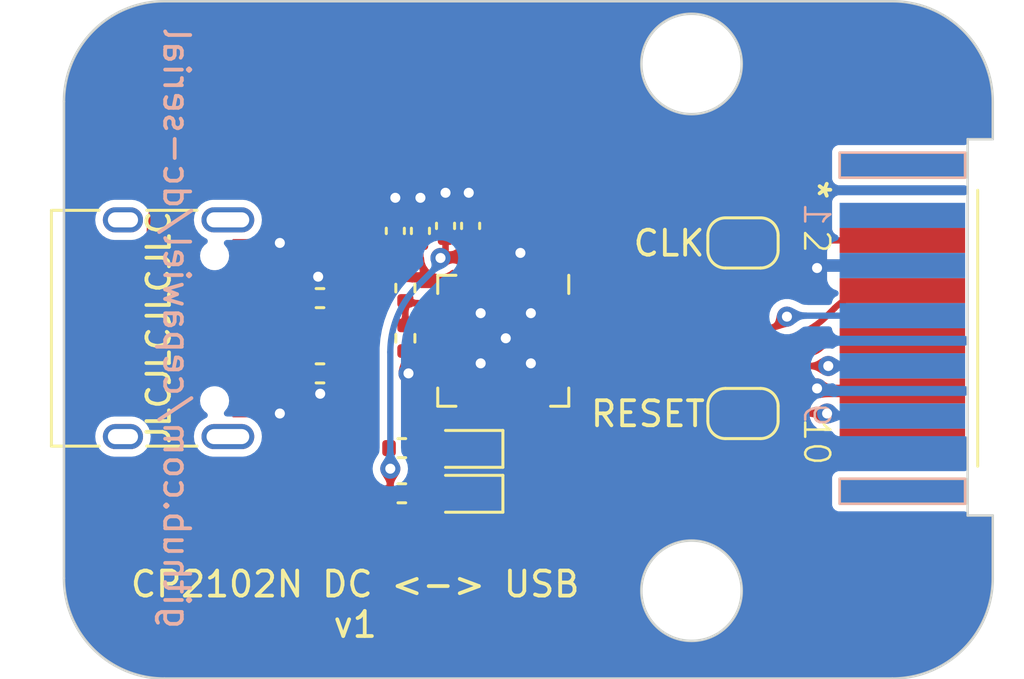
<source format=kicad_pcb>
(kicad_pcb (version 20221018) (generator pcbnew)
  (layers (0 "F.Cu" signal) (31 "B.Cu" signal) (34 "B.Paste" user) (35 "F.Paste" user) (36 "B.SilkS" user "B.Silkscreen") (37 "F.SilkS" user "F.Silkscreen") (38 "B.Mask" user) (39 "F.Mask" user) (44 "Edge.Cuts" user))
  (net 0 "")
  (net 1 "+5V")
  (net 2 "GND")
  (net 3 "+3.3V")
  (net 4 "/TX_LED")
  (net 5 "Net-(D1-A)")
  (net 6 "/RX_LED")
  (net 7 "Net-(D2-A)")
  (net 8 "/DC_RESET")
  (net 9 "/CP2102N_RESET")
  (net 10 "Net-(P1-CC)")
  (net 11 "/USB_P")
  (net 12 "/USB_N")
  (net 13 "Net-(P1-VCONN)")
  (net 15 "Net-(U1-VBUS)")
  (net 17 "/CP2102N_SCK")
  (net 29 "/DC_CTS")
  (net 30 "/DC_RTS")
  (net 31 "/DC_RX")
  (net 32 "/DC_TX")
  (net 36 "/DC_SCK")
  (footprint "Resistor_SMD:R_0402_1005Metric" (layer "F.Cu") (at 144.2 90.2 90)
    (fp_text reference "R3" hide)
    (fp_text value "22.1k")
  )
  (footprint "Jumper:SolderJumper-2_P1.3mm_Bridged_RoundedPad1.0x1.5mm" (layer "F.Cu") (at 157.65 95.2)
    (fp_text reference "JP2" hide)
    (fp_text value "SolderJumper_2_Bridged")
  )
  (footprint "LED_SMD:LED_0603_1608Metric" (layer "F.Cu") (at 146.6 96.61 180)
    (fp_text reference "D2" hide)
    (fp_text value "LED")
  )
  (footprint "LED_SMD:LED_0603_1608Metric" (layer "F.Cu") (at 146.6 98.4 180)
    (fp_text reference "D1" hide)
    (fp_text value "LED")
  )
  (footprint "Package_DFN_QFN:QFN-28-1EP_5x5mm_P0.5mm_EP3.35x3.35mm" (layer "F.Cu") (at 148.1 92.3 -90)
    (fp_text reference "U1" hide)
    (fp_text value "CP2102N-Axx-xQFN28")
  )
  (footprint "Capacitor_SMD:C_0402_1005Metric" (layer "F.Cu") (at 143.8 87.92 90)
    (fp_text reference "C2" hide)
    (fp_text value "10uF")
  )
  (footprint "SharedFootprints:DCSDv2" (layer "F.Cu") (at 149.1 92.265)
    (fp_text reference "H1" hide)
    (fp_text value "MountingHole" hide)
    (fp_line (start -18.5 -9.5) (end -18.5 9.5) (stroke (width 0.1)) (layer "Edge.Cuts"))
    (fp_line (start -14.5 13.5) (end 14.5 13.5) (stroke (width 0.1)) (layer "Edge.Cuts"))
    (fp_line (start 14.5 -13.5) (end -14.5 -13.5) (stroke (width 0.1)) (layer "Edge.Cuts"))
    (fp_line (start 17.5 -8) (end 18.5 -8) (stroke (width 0.1)) (layer "Edge.Cuts"))
    (fp_line (start 17.5 7) (end 17.5 -8) (stroke (width 0.1)) (layer "Edge.Cuts"))
    (fp_line (start 17.5 7) (end 18.5 7) (stroke (width 0.1)) (layer "Edge.Cuts"))
    (fp_line (start 18.5 -8) (end 18.5 -9.5) (stroke (width 0.1)) (layer "Edge.Cuts"))
    (fp_line (start 18.5 7) (end 18.5 9.5) (stroke (width 0.1)) (layer "Edge.Cuts"))
    (fp_arc (start -18.5 -9.5) (mid -17.328427 -12.328427) (end -14.5 -13.5) (stroke (width 0.1)) (layer "Edge.Cuts"))
    (fp_arc (start -14.5 13.5) (mid -17.328427 12.328427) (end -18.5 9.5) (stroke (width 0.1)) (layer "Edge.Cuts"))
    (fp_arc (start 14.5 -13.5) (mid 17.328427 -12.328427) (end 18.5 -9.5) (stroke (width 0.1)) (layer "Edge.Cuts"))
    (fp_arc (start 18.5 9.5) (mid 17.328427 12.328427) (end 14.5 13.5) (stroke (width 0.1)) (layer "Edge.Cuts"))
    (fp_circle (center 6.5 -11) (end 8.5 -11) (stroke (width 0.1)) (fill none) (layer "Edge.Cuts"))
    (fp_circle (center 6.5 10) (end 8.5 10) (stroke (width 0.1)) (fill none) (layer "Edge.Cuts"))
  )
  (footprint "Resistor_SMD:R_0402_1005Metric" (layer "F.Cu") (at 144.06 96.58 180)
    (fp_text reference "R6" hide)
    (fp_text value "R")
  )
  (footprint "Connector_USB:USB_C_Receptacle_HRO_TYPE-C-31-M-12" (layer "F.Cu") (at 134 91.8 -90)
    (fp_text reference "P1" hide)
    (fp_text value "USB_C_Plug_USB2.0")
  )
  (footprint "Capacitor_SMD:C_0402_1005Metric" (layer "F.Cu") (at 144.8 87.92 90)
    (fp_text reference "C1" hide)
    (fp_text value "0.1uF")
  )
  (footprint "Jumper:SolderJumper-2_P1.3mm_Bridged_RoundedPad1.0x1.5mm" (layer "F.Cu") (at 157.65 88.4)
    (fp_text reference "JP1" hide)
    (fp_text value "SolderJumper_2_Bridged")
  )
  (footprint "Resistor_SMD:R_0402_1005Metric" (layer "F.Cu") (at 144.06 98.38 180)
    (fp_text reference "R5" hide)
    (fp_text value "R")
  )
  (footprint "Resistor_SMD:R_0402_1005Metric" (layer "F.Cu") (at 144.2 92.2 90)
    (fp_text reference "R4" hide)
    (fp_text value "47.5")
  )
  (footprint "Capacitor_SMD:C_0402_1005Metric" (layer "F.Cu") (at 146.8 87.72 90)
    (fp_text reference "C4" hide)
    (fp_text value "10uF")
  )
  (footprint "Capacitor_SMD:C_0402_1005Metric" (layer "F.Cu") (at 145.8 87.72 90)
    (fp_text reference "C3" hide)
    (fp_text value "0.1uF")
  )
  (footprint "Resistor_SMD:R_0402_1005Metric" (layer "F.Cu") (at 140.8 90.6)
    (fp_text reference "R1" hide)
    (fp_text value "5.1k")
  )
  (footprint "Resistor_SMD:R_0402_1005Metric" (layer "F.Cu") (at 140.8 93.6)
    (fp_text reference "R2" hide)
    (fp_text value "5.1k")
  )
  (footprint "SharedFootprints:DCSD_Serial" (layer "F.Cu") (at 164 91.8 -90)
    (fp_text reference "U2" hide)
    (fp_text value "~")
  )
  (gr_text "github.com/cepawiel/dc-serial" (at 134.5 91.8 -90) (layer "B.SilkS") (effects (font (size 1 1)) (justify bottom mirror)))
  (gr_text "RESET" (at 151.5 95.8) (layer "F.SilkS") (effects (font (size 1 1)) (justify left bottom)))
  (gr_text "CP2102N DC <-> USB\nv1" (at 142.2 104.2) (layer "F.SilkS") (effects (font (size 1 1)) (justify bottom)))
  (gr_text "CLK" (at 153.2 89) (layer "F.SilkS") (effects (font (size 1 1)) (justify left bottom)))
  (gr_text "JLCJLCJLCJLC" (at 134.9 96.5 90) (layer "F.SilkS") (effects (font (size 0.9 0.9)) (justify left bottom)))
  (segment (start 141.320038 94.924766) (end 141.853845 94.390959) (width 0.25) (layer "F.Cu") (net 1))
  (segment (start 140.294733 94.924766) (end 140.063524 94.693557) (width 0.25) (layer "F.Cu") (net 1))
  (segment (start 142.6 92.589583) (end 142.6 92.42137) (width 0.25) (layer "F.Cu") (net 1))
  (segment (start 141.717613 88.4) (end 144 88.4) (width 0.25) (layer "F.Cu") (net 1))
  (segment (start 138.992682 94.25) (end 138.045 94.25) (width 0.25) (layer "F.Cu") (net 1))
  (segment (start 144.12 89.77) (end 143.4 90.49) (width 0.25) (layer "F.Cu") (net 1))
  (segment (start 139.42411 89.35) (end 138.045 89.35) (width 0.25) (layer "F.Cu") (net 1))
  (segment (start 144.473137 89.85) (end 146.6 89.85) (width 0.25) (layer "F.Cu") (net 1))
  (arc (start 143.4 90.49) (mid 142.807913 91.37612) (end 142.6 92.42137) (width 0.25) (layer "F.Cu") (net 1))
  (arc (start 144.28 89.77) (mid 144.368612 89.829208) (end 144.473137 89.85) (width 0.25) (layer "F.Cu") (net 1))
  (arc (start 141.320038 94.924766) (mid 141.084831 95.081926) (end 140.807386 95.137114) (width 0.25) (layer "F.Cu") (net 1))
  (arc (start 142.6 92.589583) (mid 142.40608 93.56448) (end 141.853845 94.390959) (width 0.25) (layer "F.Cu") (net 1))
  (arc (start 144.28 89.77) (mid 144.2 89.736862) (end 144.12 89.77) (width 0.25) (layer "F.Cu") (net 1))
  (arc (start 140.294733 94.924766) (mid 140.52994 95.081926) (end 140.807386 95.137114) (width 0.25) (layer "F.Cu") (net 1))
  (arc (start 140.570862 88.875) (mid 140.044727 89.226551) (end 139.42411 89.35) (width 0.25) (layer "F.Cu") (net 1))
  (arc (start 141.717613 88.4) (mid 141.096995 88.523448) (end 140.570862 88.875) (width 0.25) (layer "F.Cu") (net 1))
  (arc (start 140.063524 94.693557) (mid 139.572217 94.365276) (end 138.992682 94.25) (width 0.25) (layer "F.Cu") (net 1))
  (segment (start 138.943933 95.05) (end 138.045 95.05) (width 0.5) (layer "F.Cu") (net 2))
  (segment (start 144.8 86.6) (end 144.8 87.44) (width 0.25) (layer "F.Cu") (net 2))
  (segment (start 148.4 92) (end 148.2 92.2) (width 0.25) (layer "F.Cu") (net 2))
  (segment (start 148.2 92.2) (end 148.1 92.3) (width 0.25) (layer "F.Cu") (net 2))
  (segment (start 144.2 93.387465) (end 144.2 92.71) (width 0.25) (layer "F.Cu") (net 2))
  (segment (start 160.6 94.2) (end 160.65 94.25) (width 0.5) (layer "F.Cu") (net 2))
  (segment (start 141.200575 94.018924) (end 140.807386 94.412114) (width 0.25) (layer "F.Cu") (net 2))
  (segment (start 143.8 86.6) (end 143.8 87.44) (width 0.25) (layer "F.Cu") (net 2))
  (segment (start 138.943933 88.55) (end 138.045 88.55) (width 0.5) (layer "F.Cu") (net 2))
  (segment (start 141.31 90.464473) (end 141.31 90.6) (width 0.25) (layer "F.Cu") (net 2))
  (segment (start 148.6 91.517157) (end 148.6 89.85) (width 0.25) (layer "F.Cu") (net 2))
  (segment (start 144.3245 93.6) (end 144.26225 93.53775) (width 0.25) (layer "F.Cu") (net 2))
  (segment (start 139.2 88.4) (end 139.125 88.475) (width 0.5) (layer "F.Cu") (net 2))
  (segment (start 145.8 86.4) (end 145.8 87.24) (width 0.25) (layer "F.Cu") (net 2))
  (segment (start 141.214168 90.233115) (end 140.72611 89.745057) (width 0.25) (layer "F.Cu") (net 2))
  (segment (start 146.8 87.24) (end 146.8 86.4745) (width 0.25) (layer "F.Cu") (net 2))
  (segment (start 148.782999 88.797632) (end 148.691499 88.889131) (width 0.25) (layer "F.Cu") (net 2))
  (segment (start 139.2 95.2) (end 139.125 95.125) (width 0.5) (layer "F.Cu") (net 2))
  (segment (start 160.77071 94.3) (end 164 94.3) (width 0.5) (layer "F.Cu") (net 2))
  (segment (start 147 86.4745) (end 146.9255 86.4) (width 0.25) (layer "F.Cu") (net 2))
  (segment (start 148.6 89.85) (end 148.6 89.11003) (width 0.25) (layer "F.Cu") (net 2))
  (segment (start 141.31 93.75475) (end 141.31 93.6) (width 0.25) (layer "F.Cu") (net 2))
  (via (at 146.7255 86.4) (size 0.8) (drill 0.4) (layers "F.Cu" "B.Cu") (net 2))
  (via (at 139.2 88.4) (size 0.8) (drill 0.4) (layers "F.Cu" "B.Cu") (net 2))
  (via (at 145.8 86.4) (size 0.8) (drill 0.4) (layers "F.Cu" "B.Cu") (net 2))
  (via (at 144.3245 93.6) (size 0.8) (drill 0.4) (layers "F.Cu" "B.Cu") (net 2))
  (via (at 160.6 89.4) (size 0.8) (drill 0.4) (layers "F.Cu" "B.Cu") (net 2))
  (via (at 147.2 91.2) (size 0.8) (drill 0.4) (layers "F.Cu" "B.Cu") (net 2))
  (via (at 160.6 94.2) (size 0.8) (drill 0.4) (layers "F.Cu" "B.Cu") (net 2))
  (via (at 140.807386 94.412114) (size 0.8) (drill 0.4) (layers "F.Cu" "B.Cu") (net 2))
  (via (at 143.8 86.6) (size 0.8) (drill 0.4) (layers "F.Cu" "B.Cu") (net 2))
  (via (at 144.8 86.6) (size 0.8) (drill 0.4) (layers "F.Cu" "B.Cu") (net 2))
  (via (at 140.72611 89.745057) (size 0.8) (drill 0.4) (layers "F.Cu" "B.Cu") (net 2))
  (via (at 149.2 91.2) (size 0.8) (drill 0.4) (layers "F.Cu" "B.Cu") (net 2))
  (via (at 148.782999 88.797632) (size 0.8) (drill 0.4) (layers "F.Cu" "B.Cu") (net 2))
  (via (at 139.2 95.2) (size 0.8) (drill 0.4) (layers "F.Cu" "B.Cu") (net 2))
  (via (at 149.2 93.2) (size 0.8) (drill 0.4) (layers "F.Cu" "B.Cu") (net 2))
  (via (at 147.2 93.2) (size 0.8) (drill 0.4) (layers "F.Cu" "B.Cu") (net 2))
  (via (at 148.2 92.2) (size 0.8) (drill 0.4) (layers "F.Cu" "B.Cu") (net 2))
  (arc (start 160.65 94.25) (mid 160.705382 94.287005) (end 160.77071 94.3) (width 0.5) (layer "F.Cu") (net 2))
  (arc (start 141.214168 90.233115) (mid 141.285094 90.339263) (end 141.31 90.464473) (width 0.25) (layer "F.Cu") (net 2))
  (arc (start 141.31 93.75475) (mid 141.281561 93.89772) (end 141.200575 94.018924) (width 0.25) (layer "F.Cu") (net 2))
  (arc (start 144.2 93.387465) (mid 144.216178 93.468798) (end 144.26225 93.53775) (width 0.25) (layer "F.Cu") (net 2))
  (arc (start 139.125 88.475) (mid 139.041925 88.530508) (end 138.943933 88.55) (width 0.5) (layer "F.Cu") (net 2))
  (arc (start 148.6 91.517157) (mid 148.548021 91.778469) (end 148.4 92) (width 0.25) (layer "F.Cu") (net 2))
  (arc (start 148.691499 88.889131) (mid 148.623779 88.99048) (end 148.6 89.11003) (width 0.25) (layer "F.Cu") (net 2))
  (arc (start 139.125 95.125) (mid 139.041925 95.069491) (end 138.943933 95.05) (width 0.5) (layer "F.Cu") (net 2))
  (segment (start 160.77071 89.3) (end 164 89.3) (width 0.5) (layer "B.Cu") (net 2))
  (segment (start 160.65 89.35) (end 160.6 89.4) (width 0.5) (layer "B.Cu") (net 2))
  (arc (start 160.77071 89.3) (mid 160.705382 89.312994) (end 160.65 89.35) (width 0.5) (layer "B.Cu") (net 2))
  (segment (start 146.978105 89.383335) (end 146.847385 89.252615) (width 0.25) (layer "F.Cu") (net 3))
  (segment (start 145.6 89) (end 146.237518 89) (width 0.25) (layer "F.Cu") (net 3))
  (segment (start 145.8 88.658578) (end 145.8 88.2) (width 0.25) (layer "F.Cu") (net 3))
  (segment (start 143.6 98.294644) (end 143.6 97.4) (width 0.25) (layer "F.Cu") (net 3))
  (segment (start 147.1 89.677615) (end 147.1 89.85) (width 0.25) (layer "F.Cu") (net 3))
  (segment (start 145.7 88.9) (end 145.6 89) (width 0.25) (layer "F.Cu") (net 3))
  (segment (start 143.6 96.665355) (end 143.6 97.4) (width 0.25) (layer "F.Cu") (net 3))
  (segment (start 143.575 98.355) (end 143.55 98.38) (width 0.25) (layer "F.Cu") (net 3))
  (segment (start 143.575 96.605) (end 143.55 96.58) (width 0.25) (layer "F.Cu") (net 3))
  (via (at 145.6 89) (size 0.8) (drill 0.4) (layers "F.Cu" "B.Cu") (net 3))
  (via (at 143.6 97.4) (size 0.8) (drill 0.4) (layers "F.Cu" "B.Cu") (net 3))
  (arc (start 146.978105 89.383335) (mid 147.06832 89.518351) (end 147.1 89.677615) (width 0.25) (layer "F.Cu") (net 3))
  (arc (start 146.847385 89.252615) (mid 146.567575 89.065652) (end 146.237518 89) (width 0.25) (layer "F.Cu") (net 3))
  (arc (start 145.8 88.658578) (mid 145.77401 88.789234) (end 145.7 88.9) (width 0.25) (layer "F.Cu") (net 3))
  (arc (start 143.6 98.294644) (mid 143.593502 98.327308) (end 143.575 98.355) (width 0.25) (layer "F.Cu") (net 3))
  (arc (start 143.575 96.605) (mid 143.593502 96.632691) (end 143.6 96.665355) (width 0.25) (layer "F.Cu") (net 3))
  (segment (start 144.7 90.1) (end 145.8 89) (width 0.25) (layer "B.Cu") (net 3))
  (segment (start 143.6 92.755634) (end 143.6 97.4) (width 0.25) (layer "B.Cu") (net 3))
  (arc (start 144.7 90.1) (mid 143.88588 91.318415) (end 143.6 92.755634) (width 0.25) (layer "B.Cu") (net 3))
  (segment (start 147.99375 97.79375) (end 147.3875 98.4) (width 0.25) (layer "F.Cu") (net 4))
  (segment (start 148.6 96.330133) (end 148.6 94.75) (width 0.25) (layer "F.Cu") (net 4))
  (arc (start 148.6 96.330133) (mid 148.44244 97.122236) (end 147.99375 97.79375) (width 0.25) (layer "F.Cu") (net 4))
  (segment (start 145.778357 98.38) (end 144.57 98.38) (width 0.25) (layer "F.Cu") (net 5))
  (segment (start 145.8025 98.39) (end 145.8125 98.4) (width 0.25) (layer "F.Cu") (net 5))
  (arc (start 145.8025 98.39) (mid 145.791423 98.382598) (end 145.778357 98.38) (width 0.25) (layer "F.Cu") (net 5))
  (segment (start 148.1 95.393686) (end 148.1 94.75) (width 0.25) (layer "F.Cu") (net 6))
  (segment (start 147.74375 96.25375) (end 147.3875 96.61) (width 0.25) (layer "F.Cu") (net 6))
  (arc (start 148.1 95.393686) (mid 148.007413 95.859149) (end 147.74375 96.25375) (width 0.25) (layer "F.Cu") (net 6))
  (segment (start 145.7975 96.595) (end 145.8125 96.61) (width 0.25) (layer "F.Cu") (net 7))
  (segment (start 145.761286 96.58) (end 144.57 96.58) (width 0.25) (layer "F.Cu") (net 7))
  (arc (start 145.7975 96.595) (mid 145.780885 96.583898) (end 145.761286 96.58) (width 0.25) (layer "F.Cu") (net 7))
  (segment (start 161 95.2) (end 158.3 95.2) (width 0.25) (layer "F.Cu") (net 8))
  (via (at 161 95.2) (size 0.8) (drill 0.4) (layers "F.Cu" "B.Cu") (net 8))
  (segment (start 161.17071 95.3) (end 164 95.3) (width 0.25) (layer "B.Cu") (net 8))
  (segment (start 161.05 95.25) (end 161 95.2) (width 0.25) (layer "B.Cu") (net 8))
  (arc (start 161.05 95.25) (mid 161.105382 95.287005) (end 161.17071 95.3) (width 0.25) (layer "B.Cu") (net 8))
  (segment (start 149.347487 95.697487) (end 149.975 96.325) (width 0.25) (layer "F.Cu") (net 9))
  (segment (start 156 96.2) (end 157 95.2) (width 0.25) (layer "F.Cu") (net 9))
  (segment (start 149.1 95.1) (end 149.1 94.75) (width 0.25) (layer "F.Cu") (net 9))
  (segment (start 152.087436 97.2) (end 153.585786 97.2) (width 0.25) (layer "F.Cu") (net 9))
  (arc (start 149.1 95.1) (mid 149.164319 95.423357) (end 149.347487 95.697487) (width 0.25) (layer "F.Cu") (net 9))
  (arc (start 149.975 96.325) (mid 150.944194 96.972594) (end 152.087436 97.2) (width 0.25) (layer "F.Cu") (net 9))
  (arc (start 156 96.2) (mid 154.892349 96.940108) (end 153.585786 97.2) (width 0.25) (layer "F.Cu") (net 9))
  (segment (start 140.204644 90.55) (end 138.045 90.55) (width 0.25) (layer "F.Cu") (net 10))
  (segment (start 140.265 90.575) (end 140.29 90.6) (width 0.25) (layer "F.Cu") (net 10))
  (arc (start 140.265 90.575) (mid 140.237308 90.556497) (end 140.204644 90.55) (width 0.25) (layer "F.Cu") (net 10))
  (segment (start 148.0852 89.224733) (end 148.0852 85.616724) (width 0.3434) (layer "F.Cu") (net 11))
  (segment (start 134.0648 88.739341) (end 134.0648 88.05) (width 0.3434) (layer "F.Cu") (net 11))
  (segment (start 136.906 92.386) (end 136.906 91.714) (width 0.2) (layer "F.Cu") (net 11))
  (segment (start 137.07 91.55) (end 138.045 91.55) (width 0.2) (layer "F.Cu") (net 11))
  (segment (start 136.108782 84.158592) (end 135.371126 84.896249) (width 0.3434) (layer "F.Cu") (net 11))
  (segment (start 139.956539 82.5648) (end 145.033275 82.5648) (width 0.3434) (layer "F.Cu") (net 11))
  (segment (start 138.045 92.55) (end 137.07 92.55) (width 0.2) (layer "F.Cu") (net 11))
  (segment (start 136.967964 91.55) (end 138.045 91.55) (width 0.3434) (layer "F.Cu") (net 11))
  (segment (start 134.883688 90.716312) (end 135.264126 91.09675) (width 0.3434) (layer "F.Cu") (net 11))
  (segment (start 136.906 91.714) (end 137.07 91.55) (width 0.2) (layer "F.Cu") (net 11))
  (segment (start 137.07 92.55) (end 136.906 92.386) (width 0.2) (layer "F.Cu") (net 11))
  (segment (start 148.1 89.260464) (end 148.1 89.85) (width 0.3434) (layer "F.Cu") (net 11))
  (segment (start 136.932233 91.5352) (end 136.322637 91.5352) (width 0.3434) (layer "F.Cu") (net 11))
  (arc (start 147.191312 83.458688) (mid 147.852886 84.448803) (end 148.0852 85.616724) (width 0.3434) (layer "F.Cu") (net 11))
  (arc (start 136.950099 91.5426) (mid 136.941902 91.537123) (end 136.932233 91.5352) (width 0.3434) (layer "F.Cu") (net 11))
  (arc (start 148.0852 89.224733) (mid 148.087123 89.234402) (end 148.0926 89.242599) (width 0.3434) (layer "F.Cu") (net 11))
  (arc (start 148.0926 89.242599) (mid 148.098076 89.250795) (end 148.1 89.260464) (width 0.3434) (layer "F.Cu") (net 11))
  (arc (start 134.0648 88.739341) (mid 134.277622 89.80927) (end 134.883688 90.716312) (width 0.3434) (layer "F.Cu") (net 11))
  (arc (start 135.371126 84.896249) (mid 134.404303 86.343202) (end 134.0648 88.05) (width 0.3434) (layer "F.Cu") (net 11))
  (arc (start 139.956539 82.5648) (mid 137.874148 82.979013) (end 136.108782 84.158592) (width 0.3434) (layer "F.Cu") (net 11))
  (arc (start 136.950099 91.5426) (mid 136.958295 91.548076) (end 136.967964 91.55) (width 0.3434) (layer "F.Cu") (net 11))
  (arc (start 147.191312 83.458688) (mid 146.201196 82.797113) (end 145.033275 82.5648) (width 0.3434) (layer "F.Cu") (net 11))
  (arc (start 135.264126 91.09675) (mid 135.749775 91.42125) (end 136.322637 91.5352) (width 0.3434) (layer "F.Cu") (net 11))
  (segment (start 147.6 89.260464) (end 147.6 89.85) (width 0.3434) (layer "F.Cu") (net 12))
  (segment (start 147.6148 89.224733) (end 147.6148 85.616727) (width 0.3434) (layer "F.Cu") (net 12))
  (segment (start 138.045 92.05) (end 139.02 92.05) (width 0.2) (layer "F.Cu") (net 12))
  (segment (start 135.216312 90.383688) (end 135.527863 90.695239) (width 0.3434) (layer "F.Cu") (net 12))
  (segment (start 134.5352 88.05) (end 134.5352 88.739338) (width 0.3434) (layer "F.Cu") (net 12))
  (segment (start 139.192 91.878) (end 139.192 91.222) (width 0.2) (layer "F.Cu") (net 12))
  (segment (start 135.703747 85.228875) (end 136.303631 84.628992) (width 0.3434) (layer "F.Cu") (net 12))
  (segment (start 136.967964 91.05) (end 138.045 91.05) (width 0.3434) (layer "F.Cu") (net 12))
  (segment (start 139.192 91.222) (end 139.02 91.05) (width 0.2) (layer "F.Cu") (net 12))
  (segment (start 140.151387 83.0352) (end 145.033272 83.0352) (width 0.3434) (layer "F.Cu") (net 12))
  (segment (start 139.02 91.05) (end 138.045 91.05) (width 0.2) (layer "F.Cu") (net 12))
  (segment (start 136.932233 91.0648) (end 136.420061 91.0648) (width 0.3434) (layer "F.Cu") (net 12))
  (segment (start 139.02 92.05) (end 139.192 91.878) (width 0.2) (layer "F.Cu") (net 12))
  (arc (start 135.703747 85.228875) (mid 134.838895 86.523218) (end 134.5352 88.05) (width 0.3434) (layer "F.Cu") (net 12))
  (arc (start 146.858688 83.791312) (mid 147.418292 84.628819) (end 147.6148 85.616727) (width 0.3434) (layer "F.Cu") (net 12))
  (arc (start 136.950099 91.0574) (mid 136.941902 91.062876) (end 136.932233 91.0648) (width 0.3434) (layer "F.Cu") (net 12))
  (arc (start 146.858688 83.791312) (mid 146.02118 83.231707) (end 145.033272 83.0352) (width 0.3434) (layer "F.Cu") (net 12))
  (arc (start 136.967964 91.05) (mid 136.958295 91.051923) (end 136.950099 91.0574) (width 0.3434) (layer "F.Cu") (net 12))
  (arc (start 134.5352 88.739338) (mid 134.712215 89.629253) (end 135.216312 90.383688) (width 0.3434) (layer "F.Cu") (net 12))
  (arc (start 135.527863 90.695239) (mid 135.937207 90.968754) (end 136.420061 91.0648) (width 0.3434) (layer "F.Cu") (net 12))
  (arc (start 147.6074 89.242599) (mid 147.601923 89.250795) (end 147.6 89.260464) (width 0.3434) (layer "F.Cu") (net 12))
  (arc (start 140.151387 83.0352) (mid 138.068996 83.449413) (end 136.303631 84.628992) (width 0.3434) (layer "F.Cu") (net 12))
  (arc (start 147.6148 89.224733) (mid 147.612876 89.234402) (end 147.6074 89.242599) (width 0.3434) (layer "F.Cu") (net 12))
  (segment (start 138.07 93.575) (end 138.095 93.6) (width 0.25) (layer "F.Cu") (net 13))
  (segment (start 140.265 93.575) (end 140.29 93.6) (width 0.25) (layer "F.Cu") (net 13))
  (segment (start 140.204644 93.55) (end 138.080355 93.55) (width 0.25) (layer "F.Cu") (net 13))
  (arc (start 140.265 93.575) (mid 140.237308 93.556497) (end 140.204644 93.55) (width 0.25) (layer "F.Cu") (net 13))
  (arc (start 138.080355 93.55) (mid 138.066825 93.55904) (end 138.07 93.575) (width 0.25) (layer "F.Cu") (net 13))
  (segment (start 144.353639 90.8) (end 145.65 90.8) (width 0.25) (layer "F.Cu") (net 15))
  (segment (start 144.2 90.773639) (end 144.2 91.69) (width 0.25) (layer "F.Cu") (net 15))
  (arc (start 144.245 90.755) (mid 144.216272 90.749285) (end 144.2 90.773639) (width 0.25) (layer "F.Cu") (net 15))
  (arc (start 144.245 90.755) (mid 144.294844 90.788304) (end 144.353639 90.8) (width 0.25) (layer "F.Cu") (net 15))
  (segment (start 149.600995 88.900995) (end 149.258394 89.243597) (width 0.25) (layer "F.Cu") (net 17))
  (segment (start 150.810507 88.4) (end 157 88.4) (width 0.25) (layer "F.Cu") (net 17))
  (segment (start 149.1 89.625996) (end 149.1 89.85) (width 0.25) (layer "F.Cu") (net 17))
  (arc (start 150.810507 88.4) (mid 150.155924 88.530204) (end 149.600995 88.900995) (width 0.25) (layer "F.Cu") (net 17))
  (arc (start 149.258394 89.243597) (mid 149.141165 89.419043) (end 149.1 89.625996) (width 0.25) (layer "F.Cu") (net 17))
  (segment (start 150.553009 93.303009) (end 150.55 93.3) (width 0.25) (layer "F.Cu") (net 29))
  (segment (start 161.046991 93.306018) (end 150.560273 93.306018) (width 0.25) (layer "F.Cu") (net 29))
  (via (at 161.046991 93.306018) (size 0.8) (drill 0.4) (layers "F.Cu" "B.Cu") (net 29))
  (arc (start 150.553009 93.303009) (mid 150.556341 93.305235) (end 150.560273 93.306018) (width 0.25) (layer "F.Cu") (net 29))
  (segment (start 161.057264 93.3) (end 164 93.3) (width 0.25) (layer "B.Cu") (net 29))
  (segment (start 161.046991 93.306018) (end 161.05 93.303009) (width 0.25) (layer "B.Cu") (net 29))
  (arc (start 161.057264 93.3) (mid 161.053332 93.300782) (end 161.05 93.303009) (width 0.25) (layer "B.Cu") (net 29))
  (segment (start 160.17415 92.8) (end 150.55 92.8) (width 0.25) (layer "F.Cu") (net 30))
  (segment (start 161.381257 92.3) (end 164 92.3) (width 0.25) (layer "F.Cu") (net 30))
  (arc (start 160.777704 92.55) (mid 160.500791 92.735027) (end 160.17415 92.8) (width 0.25) (layer "F.Cu") (net 30))
  (arc (start 161.381257 92.3) (mid 161.054616 92.364972) (end 160.777704 92.55) (width 0.25) (layer "F.Cu") (net 30))
  (segment (start 158.585786 92.3) (end 150.55 92.3) (width 0.25) (layer "F.Cu") (net 31))
  (segment (start 163 90.3) (end 164 90.3) (width 0.25) (layer "F.Cu") (net 31))
  (segment (start 160.999999 91.299999) (end 161.292893 91.007106) (width 0.25) (layer "F.Cu") (net 31))
  (arc (start 163 90.3) (mid 162.07612 90.48377) (end 161.292893 91.007106) (width 0.25) (layer "F.Cu") (net 31))
  (arc (start 160.999999 91.299999) (mid 159.892349 92.040108) (end 158.585786 92.3) (width 0.25) (layer "F.Cu") (net 31))
  (segment (start 158.610806 91.8) (end 150.55 91.8) (width 0.25) (layer "F.Cu") (net 32))
  (segment (start 159.4 91.337701) (end 159.16885 91.56885) (width 0.25) (layer "F.Cu") (net 32))
  (via (at 159.4 91.337701) (size 0.8) (drill 0.4) (layers "F.Cu" "B.Cu") (net 32))
  (arc (start 159.16885 91.56885) (mid 158.912817 91.739926) (end 158.610806 91.8) (width 0.25) (layer "F.Cu") (net 32))
  (segment (start 159.464359 91.3) (end 164 91.3) (width 0.25) (layer "B.Cu") (net 32))
  (segment (start 159.4 91.337701) (end 159.41885 91.31885) (width 0.25) (layer "B.Cu") (net 32))
  (arc (start 159.464359 91.3) (mid 159.439729 91.304898) (end 159.41885 91.31885) (width 0.25) (layer "B.Cu") (net 32))
  (segment (start 158.47071 88.3) (end 164 88.3) (width 0.25) (layer "F.Cu") (net 36))
  (segment (start 158.35 88.35) (end 158.3 88.4) (width 0.25) (layer "F.Cu") (net 36))
  (arc (start 158.47071 88.3) (mid 158.405382 88.312994) (end 158.35 88.35) (width 0.25) (layer "F.Cu") (net 36))
  (zone (net 2) (net_name "GND") (layer "F.Cu") (priority 16962) (connect_pads yes (clearance 0)) (min_thickness 0.0254) (fill yes (thermal_gap 0.25) (thermal_bridge_width 0.25))
    (polygon (pts (xy 146.675 86.69) (xy 146.673596 86.751776) (xy 146.669444 86.804414) (xy 146.662634 86.84976) (xy 146.653253 86.889658) (xy 146.641393 86.925953) (xy 146.62714 86.96049) (xy 146.610586 86.995113) (xy 146.591818 87.031668) (xy 146.570926 87.071999) (xy 146.548 87.117951) (xy 146.8 87.38) (xy 147.052 87.117951) (xy 147.029073 87.071999) (xy 147.008181 87.031668) (xy 146.989413 86.995113) (xy 146.972859 86.96049) (xy 146.958606 86.925953) (xy 146.946746 86.889658) (xy 146.937365 86.84976) (xy 146.930555 86.804414) (xy 146.926403 86.751776) (xy 146.925 86.69)))
  )
  (zone (net 15) (net_name "Net-(U1-VBUS)") (layer "F.Cu") (priority 16962) (connect_pads yes (clearance 0)) (min_thickness 0.0254) (fill yes (thermal_gap 0.25) (thermal_bridge_width 0.25))
    (polygon (pts (xy 144.325 91.253639) (xy 144.326187 91.19238) (xy 144.329746 91.140016) (xy 144.335671 91.094766) (xy 144.343958 91.05485) (xy 144.354602 91.018488) (xy 144.367598 90.9839) (xy 144.38294 90.949307) (xy 144.400625 90.912927) (xy 144.420646 90.872981) (xy 144.443 90.82769) (xy 144.2 90.575) (xy 143.957 90.82769) (xy 143.979353 90.872981) (xy 143.999374 90.912927) (xy 144.017059 90.949307) (xy 144.032401 90.9839) (xy 144.045397 91.018488) (xy 144.056041 91.05485) (xy 144.064328 91.094766) (xy 144.070253 91.140016) (xy 144.073812 91.19238) (xy 144.075 91.253639)))
  )
  (zone (net 8) (net_name "/DC_RESET") (layer "F.Cu") (priority 16962) (connect_pads yes (clearance 0)) (min_thickness 0.0254) (fill yes (thermal_gap 0.25) (thermal_bridge_width 0.25))
    (polygon (pts (xy 158.79 95.075) (xy 158.735297 95.074054) (xy 158.688352 95.071193) (xy 158.647639 95.066381) (xy 158.611631 95.059581) (xy 158.578804 95.050756) (xy 158.547631 95.039871) (xy 158.516588 95.026889) (xy 158.484147 95.011774) (xy 158.448783 94.99449) (xy 158.408972 94.975) (xy 158.175 95.2) (xy 158.408972 95.425) (xy 158.448783 95.405509) (xy 158.484147 95.388225) (xy 158.516588 95.37311) (xy 158.547631 95.360128) (xy 158.578804 95.349243) (xy 158.611631 95.340418) (xy 158.647639 95.333618) (xy 158.688352 95.328806) (xy 158.735297 95.325945) (xy 158.79 95.325)))
  )
  (zone (net 2) (net_name "GND") (layer "F.Cu") (priority 16962) (connect_pads yes (clearance 0)) (min_thickness 0.0254) (fill yes (thermal_gap 0.25) (thermal_bridge_width 0.25))
    (polygon (pts (xy 144.325 93.24) (xy 144.32625 93.180588) (xy 144.329969 93.129855) (xy 144.336111 93.086059) (xy 144.344629 93.047463) (xy 144.355476 93.012327) (xy 144.368604 92.978913) (xy 144.383967 92.945481) (xy 144.401519 92.910293) (xy 144.421212 92.871608) (xy 144.443 92.82769) (xy 144.2 92.575) (xy 143.957 92.82769) (xy 143.978787 92.871608) (xy 143.99848 92.910293) (xy 144.016032 92.945481) (xy 144.031395 92.978913) (xy 144.044523 93.012327) (xy 144.05537 93.047463) (xy 144.063888 93.086059) (xy 144.07003 93.129855) (xy 144.073749 93.180588) (xy 144.075 93.24)))
  )
  (zone (net 3) (net_name "+3.3V") (layer "F.Cu") (priority 16962) (connect_pads yes (clearance 0)) (min_thickness 0.0254) (fill yes (thermal_gap 0.25) (thermal_bridge_width 0.25))
    (polygon (pts (xy 143.515644 96.625831) (xy 143.475853 96.635189) (xy 143.467233 96.663219) (xy 143.482202 96.705256) (xy 143.513177 96.756639) (xy 143.552577 96.812707) (xy 143.592818 96.868797) (xy 143.62632 96.920247) (xy 143.6455 96.962395) (xy 143.642776 96.99058) (xy 143.610566 97.00014) (xy 143.6 97.6) (xy 143.96 97.225645) (xy 143.913838 97.162307) (xy 143.844891 97.104246) (xy 143.761792 97.051845) (xy 143.673174 97.005487) (xy 143.587671 96.965557) (xy 143.513916 96.932438) (xy 143.460542 96.906513) (xy 143.436183 96.888167) (xy 143.449471 96.877782) (xy 143.509041 96.875744)))
  )
  (zone (net 3) (net_name "+3.3V") (layer "F.Cu") (priority 16962) (connect_pads yes (clearance 0)) (min_thickness 0.0254) (fill yes (thermal_gap 0.25) (thermal_bridge_width 0.25))
    (polygon (pts (xy 143.725 97.115355) (xy 143.726038 97.049943) (xy 143.729071 96.994118) (xy 143.733977 96.945863) (xy 143.740636 96.903161) (xy 143.748926 96.863997) (xy 143.758726 96.826353) (xy 143.769913 96.788214) (xy 143.782367 96.747562) (xy 143.795966 96.702383) (xy 143.81059 96.650659) (xy 143.525003 96.447335) (xy 143.332995 96.74065) (xy 143.360545 96.777576) (xy 143.385016 96.810706) (xy 143.406451 96.84151) (xy 143.42489 96.871455) (xy 143.440377 96.902011) (xy 143.452954 96.934646) (xy 143.462662 96.970829) (xy 143.469544 97.012029) (xy 143.473643 97.059715) (xy 143.475 97.115355)))
  )
  (zone (net 2) (net_name "GND") (layer "F.Cu") (priority 16962) (connect_pads yes (clearance 0)) (min_thickness 0.0254) (fill yes (thermal_gap 0.25) (thermal_bridge_width 0.25))
    (polygon (pts (xy 143.925 87.39) (xy 143.928266 87.299538) (xy 143.937658 87.223777) (xy 143.952564 87.15961) (xy 143.972374 87.103935) (xy 143.996476 87.053647) (xy 144.024261 87.00564) (xy 144.055116 86.956812) (xy 144.088432 86.904058) (xy 144.123596 86.844274) (xy 144.16 86.774355) (xy 143.8 86.4) (xy 143.44 86.774355) (xy 143.476403 86.844274) (xy 143.511567 86.904058) (xy 143.544883 86.956812) (xy 143.575738 87.00564) (xy 143.603523 87.053647) (xy 143.627625 87.103935) (xy 143.647435 87.15961) (xy 143.662341 87.223777) (xy 143.671733 87.299538) (xy 143.675 87.39)))
  )
  (zone (net 2) (net_name "GND") (layer "F.Cu") (priority 16962) (connect_pads yes (clearance 0)) (min_thickness 0.0254) (fill yes (thermal_gap 0.25) (thermal_bridge_width 0.25))
    (polygon (pts (xy 148.474975 91.522362) (xy 148.467714 91.594229) (xy 148.448403 91.649566) (xy 148.418496 91.691194) (xy 148.379448 91.721935) (xy 148.332711 91.744611) (xy 148.279741 91.762044) (xy 148.221992 91.777057) (xy 148.160918 91.792471) (xy 148.097974 91.811109) (xy 148.034613 91.835793) (xy 148.072153 92.353801) (xy 148.599982 92.203702) (xy 148.604058 92.122327) (xy 148.613721 92.052946) (xy 148.627578 91.992185) (xy 148.644234 91.936667) (xy 148.662298 91.883018) (xy 148.680376 91.827863) (xy 148.697074 91.767827) (xy 148.711 91.699533) (xy 148.720761 91.619608) (xy 148.724964 91.524677)))
  )
  (zone (net 2) (net_name "GND") (layer "F.Cu") (priority 16962) (connect_pads yes (clearance 0)) (min_thickness 0.0254) (fill yes (thermal_gap 0.25) (thermal_bridge_width 0.25))
    (polygon (pts (xy 144.075 92.817465) (xy 144.072055 92.919613) (xy 144.063876 93.005625) (xy 144.051449 93.079106) (xy 144.035758 93.143663) (xy 144.017788 93.202905) (xy 143.998523 93.260437) (xy 143.978949 93.319867) (xy 143.960049 93.384803) (xy 143.94281 93.45885) (xy 143.928215 93.545618) (xy 144.386396 93.790181) (xy 144.612865 93.322791) (xy 144.562958 93.272962) (xy 144.516799 93.229363) (xy 144.474742 93.189598) (xy 144.437142 93.151274) (xy 144.404354 93.111995) (xy 144.376732 93.069366) (xy 144.354631 93.020993) (xy 144.338406 92.964482) (xy 144.32841 92.897437) (xy 144.325 92.817465)))
  )
  (zone (net 3) (net_name "+3.3V") (layer "F.Cu") (priority 2) (connect_pads (clearance 0.25)) (min_thickness 0.25) (fill yes (thermal_gap 0.25) (thermal_bridge_width 0.25))
    (polygon (pts (xy 145.4 87.8) (xy 145.4 89.4) (xy 146.6 89.4) (xy 146.6 90.2) (xy 147.2 90.2) (xy 147.2 87.8)))
  )
  (zone (net 36) (net_name "/DC_SCK") (layer "F.Cu") (priority 16962) (connect_pads yes (clearance 0)) (min_thickness 0.0254) (fill yes (thermal_gap 0.25) (thermal_bridge_width 0.25))
    (polygon (pts (xy 163.01 88.425) (xy 163.124574 88.429827) (xy 163.219764 88.44361) (xy 163.299726 88.465295) (xy 163.368613 88.493831) (xy 163.430581 88.528166) (xy 163.489786 88.567247) (xy 163.55038 88.610023) (xy 163.61652 88.655442) (xy 163.69236 88.702451) (xy 163.782056 88.75) (xy 164.25 88.3) (xy 163.782056 87.85) (xy 163.69236 87.897548) (xy 163.61652 87.944557) (xy 163.55038 87.989976) (xy 163.489786 88.032752) (xy 163.430581 88.071833) (xy 163.368613 88.106168) (xy 163.299726 88.134704) (xy 163.219764 88.156389) (xy 163.124574 88.170172) (xy 163.01 88.175)))
  )
  (zone (net 29) (net_name "/DC_CTS") (layer "F.Cu") (priority 16962) (connect_pads yes (clearance 0)) (min_thickness 0.0254) (fill yes (thermal_gap 0.25) (thermal_bridge_width 0.25))
    (polygon (pts (xy 160.256991 93.431018) (xy 160.347452 93.434284) (xy 160.423213 93.443676) (xy 160.48738 93.458582) (xy 160.543055 93.478392) (xy 160.593343 93.502494) (xy 160.64135 93.530279) (xy 160.690178 93.561134) (xy 160.742932 93.59445) (xy 160.802716 93.629614) (xy 160.872636 93.666018) (xy 161.246991 93.306018) (xy 160.872636 92.946018) (xy 160.802716 92.982421) (xy 160.742932 93.017585) (xy 160.690178 93.050901) (xy 160.64135 93.081756) (xy 160.593343 93.109541) (xy 160.543055 93.133643) (xy 160.48738 93.153453) (xy 160.423213 93.168359) (xy 160.347452 93.177751) (xy 160.256991 93.181018)))
  )
  (zone (net 1) (net_name "+5V") (layer "F.Cu") (priority 16962) (connect_pads yes (clearance 0)) (min_thickness 0.0254) (fill yes (thermal_gap 0.25) (thermal_bridge_width 0.25))
    (polygon (pts (xy 138.635 94.125) (xy 138.568477 94.123288) (xy 138.512013 94.118268) (xy 138.463553 94.110116) (xy 138.421041 94.099005) (xy 138.382421 94.085111) (xy 138.345639 94.068608) (xy 138.308637 94.049671) (xy 138.269361 94.028474) (xy 138.225756 94.005192) (xy 138.175766 93.98) (xy 137.895 94.25) (xy 138.175766 94.52) (xy 138.225756 94.494807) (xy 138.269361 94.471525) (xy 138.308637 94.450328) (xy 138.345639 94.431391) (xy 138.382421 94.414888) (xy 138.421041 94.400994) (xy 138.463553 94.389883) (xy 138.512013 94.381731) (xy 138.568477 94.376711) (xy 138.635 94.375)))
  )
  (zone (net 7) (net_name "Net-(D2-A)") (layer "F.Cu") (priority 16962) (connect_pads yes (clearance 0)) (min_thickness 0.0254) (fill yes (thermal_gap 0.25) (thermal_bridge_width 0.25))
    (polygon (pts (xy 144.933786 96.705) (xy 145.032588 96.708829) (xy 145.115111 96.71988) (xy 145.18474 96.737501) (xy 145.244862 96.761037) (xy 145.298862 96.789837) (xy 145.350125 96.823245) (xy 145.402038 96.86061) (xy 145.457985 96.901277) (xy 145.521353 96.944593) (xy 145.595527 96.989906) (xy 146.030746 96.624839) (xy 145.648949 96.204221) (xy 145.565708 96.240845) (xy 145.494884 96.277082) (xy 145.432798 96.312113) (xy 145.37577 96.345122) (xy 145.320121 96.375294) (xy 145.262172 96.40181) (xy 145.198243 96.423856) (xy 145.124655 96.440614) (xy 145.037729 96.451267) (xy 144.933786 96.455)))
  )
  (zone (net 8) (net_name "/DC_RESET") (layer "F.Cu") (priority 16962) (connect_pads yes (clearance 0)) (min_thickness 0.0254) (fill yes (thermal_gap 0.25) (thermal_bridge_width 0.25))
    (polygon (pts (xy 160.21 95.325) (xy 160.300461 95.328266) (xy 160.376222 95.337658) (xy 160.440389 95.352564) (xy 160.496064 95.372374) (xy 160.546352 95.396476) (xy 160.594359 95.424261) (xy 160.643187 95.455116) (xy 160.695941 95.488432) (xy 160.755725 95.523596) (xy 160.825645 95.56) (xy 161.2 95.2) (xy 160.825645 94.84) (xy 160.755725 94.876403) (xy 160.695941 94.911567) (xy 160.643187 94.944883) (xy 160.594359 94.975738) (xy 160.546352 95.003523) (xy 160.496064 95.027625) (xy 160.440389 95.047435) (xy 160.376222 95.062341) (xy 160.300461 95.071733) (xy 160.21 95.075)))
  )
  (zone (net 2) (net_name "GND") (layer "F.Cu") (priority 16962) (connect_pads yes (clearance 0)) (min_thickness 0.0254) (fill yes (thermal_gap 0.25) (thermal_bridge_width 0.25))
    (polygon (pts (xy 148.647866 89.458312) (xy 148.855654 89.664374) (xy 148.910368 89.84275) (xy 148.837348 90.000783) (xy 148.661935 90.145814) (xy 148.409471 90.285184) (xy 148.105297 90.426236) (xy 147.774753 90.57631) (xy 147.443181 90.742749) (xy 147.135922 90.932894) (xy 146.878318 91.154087) (xy 147.850599 93.099503) (xy 149.113065 90.966088) (xy 148.973153 90.818714) (xy 148.910063 90.659201) (xy 148.90403 90.490159) (xy 148.935288 90.314196) (xy 148.984071 90.133922) (xy 149.030614 89.951947) (xy 149.05515 89.77088) (xy 149.037916 89.593331) (xy 148.959143 89.421908) (xy 148.799069 89.259221)))
  )
  (zone (net 36) (net_name "/DC_SCK") (layer "F.Cu") (priority 16962) (connect_pads yes (clearance 0)) (min_thickness 0.0254) (fill yes (thermal_gap 0.25) (thermal_bridge_width 0.25))
    (polygon (pts (xy 158.78071 88.175) (xy 158.715415 88.174519) (xy 158.659468 88.173182) (xy 158.610886 88.171143) (xy 158.567686 88.168556) (xy 158.527886 88.165577) (xy 158.489504 88.162361) (xy 158.450557 88.159062) (xy 158.409063 88.155836) (xy 158.363039 88.152837) (xy 158.310503 88.150221) (xy 158.185311 88.449711) (xy 158.489465 88.563104) (xy 158.513708 88.535493) (xy 158.536583 88.511219) (xy 158.559009 88.490182) (xy 158.581906 88.472279) (xy 158.606194 88.457409) (xy 158.632794 88.445471) (xy 158.662625 88.436362) (xy 158.696608 88.429982) (xy 158.735663 88.426228) (xy 158.78071 88.425)))
  )
  (zone (net 6) (net_name "/RX_LED") (layer "F.Cu") (priority 16962) (connect_pads yes (clearance 0)) (min_thickness 0.0254) (fill yes (thermal_gap 0.25) (thermal_bridge_width 0.25))
    (polygon (pts (xy 147.877598 95.844366) (xy 147.831427 95.931701) (xy 147.782479 95.997975) (xy 147.730363 96.046744) (xy 147.674687 96.081565) (xy 147.615059 96.105994) (xy 147.551087 96.123587) (xy 147.482379 96.137901) (xy 147.408544 96.152492) (xy 147.329189 96.170916) (xy 147.243924 96.196731) (xy 147.232821 96.764679) (xy 147.800769 96.753576) (xy 147.834036 96.656561) (xy 147.862047 96.573035) (xy 147.886538 96.499306) (xy 147.909246 96.431686) (xy 147.931907 96.366484) (xy 147.956257 96.30001) (xy 147.984034 96.228575) (xy 148.016973 96.14849) (xy 148.056811 96.056063) (xy 148.105285 95.947607)))
  )
  (zone (net 4) (net_name "/TX_LED") (layer "F.Cu") (priority 16962) (connect_pads yes (clearance 0)) (min_thickness 0.0254) (fill yes (thermal_gap 0.25) (thermal_bridge_width 0.25))
    (polygon (pts (xy 148.163269 97.386221) (xy 148.077121 97.510885) (xy 147.995988 97.610839) (xy 147.917508 97.689964) (xy 147.839317 97.752144) (xy 147.759053 97.801258) (xy 147.674352 97.84119) (xy 147.582851 97.875822) (xy 147.482188 97.909034) (xy 147.37 97.94471) (xy 147.243924 97.986731) (xy 147.232821 98.554679) (xy 147.800769 98.543576) (xy 147.848368 98.412661) (xy 147.893234 98.301877) (xy 147.937196 98.20607) (xy 147.982082 98.120089) (xy 148.029721 98.038781) (xy 148.08194 97.956992) (xy 148.140569 97.869569) (xy 148.207436 97.771361) (xy 148.284369 97.657214) (xy 148.373198 97.521976)))
  )
  (zone (net 2) (net_name "GND") (layer "F.Cu") (priority 16962) (connect_pads yes (clearance 0)) (min_thickness 0.0254) (fill yes (thermal_gap 0.25) (thermal_bridge_width 0.25))
    (polygon (pts (xy 143.675 86.89) (xy 143.673596 86.951776) (xy 143.669444 87.004414) (xy 143.662634 87.04976) (xy 143.653253 87.089658) (xy 143.641393 87.125953) (xy 143.62714 87.16049) (xy 143.610586 87.195113) (xy 143.591818 87.231668) (xy 143.570926 87.271999) (xy 143.548 87.317951) (xy 143.8 87.58) (xy 144.052 87.317951) (xy 144.029073 87.271999) (xy 144.008181 87.231668) (xy 143.989413 87.195113) (xy 143.972859 87.16049) (xy 143.958606 87.125953) (xy 143.946746 87.089658) (xy 143.937365 87.04976) (xy 143.930555 87.004414) (xy 143.926403 86.951776) (xy 143.925 86.89)))
  )
  (zone (net 31) (net_name "/DC_RX") (layer "F.Cu") (priority 16962) (connect_pads yes (clearance 0)) (min_thickness 0.0254) (fill yes (thermal_gap 0.25) (thermal_bridge_width 0.25))
    (polygon (pts (xy 163.01 90.425) (xy 163.124574 90.429827) (xy 163.219764 90.44361) (xy 163.299726 90.465295) (xy 163.368613 90.493831) (xy 163.430581 90.528166) (xy 163.489786 90.567247) (xy 163.55038 90.610023) (xy 163.61652 90.655442) (xy 163.69236 90.702451) (xy 163.782056 90.75) (xy 164.25 90.3) (xy 163.782056 89.85) (xy 163.69236 89.897548) (xy 163.61652 89.944557) (xy 163.55038 89.989976) (xy 163.489786 90.032752) (xy 163.430581 90.071833) (xy 163.368613 90.106168) (xy 163.299726 90.134704) (xy 163.219764 90.156389) (xy 163.124574 90.170172) (xy 163.01 90.175)))
  )
  (zone (net 17) (net_name "/CP2102N_SCK") (layer "F.Cu") (priority 16962) (connect_pads yes (clearance 0)) (min_thickness 0.0254) (fill yes (thermal_gap 0.25) (thermal_bridge_width 0.25))
    (polygon (pts (xy 156.51 88.525) (xy 156.564702 88.525945) (xy 156.611647 88.528806) (xy 156.65236 88.533618) (xy 156.688368 88.540418) (xy 156.721195 88.549243) (xy 156.752368 88.560128) (xy 156.783411 88.57311) (xy 156.815852 88.588225) (xy 156.851216 88.605509) (xy 156.891028 88.625) (xy 157.125 88.4) (xy 156.891028 88.175) (xy 156.851216 88.19449) (xy 156.815852 88.211774) (xy 156.783411 88.226889) (xy 156.752368 88.239871) (xy 156.721195 88.250756) (xy 156.688368 88.259581) (xy 156.65236 88.266381) (xy 156.611647 88.271193) (xy 156.564702 88.274054) (xy 156.51 88.275)))
  )
  (zone (net 2) (net_name "GND") (layer "F.Cu") (priority 16962) (connect_pads yes (clearance 0)) (min_thickness 0.0254) (fill yes (thermal_gap 0.25) (thermal_bridge_width 0.25))
    (polygon (pts (xy 144.675 86.89) (xy 144.673596 86.951776) (xy 144.669444 87.004414) (xy 144.662634 87.04976) (xy 144.653253 87.089658) (xy 144.641393 87.125953) (xy 144.62714 87.16049) (xy 144.610586 87.195113) (xy 144.591818 87.231668) (xy 144.570926 87.271999) (xy 144.548 87.317951) (xy 144.8 87.58) (xy 145.052 87.317951) (xy 145.029073 87.271999) (xy 145.008181 87.231668) (xy 144.989413 87.195113) (xy 144.972859 87.16049) (xy 144.958606 87.125953) (xy 144.946746 87.089658) (xy 144.937365 87.04976) (xy 144.930555 87.004414) (xy 144.926403 86.951776) (xy 144.925 86.89)))
  )
  (zone (net 2) (net_name "GND") (layer "F.Cu") (priority 16962) (connect_pads yes (clearance 0)) (min_thickness 0.0254) (fill yes (thermal_gap 0.25) (thermal_bridge_width 0.25))
    (polygon (pts (xy 138.423933 88.8) (xy 138.528301 88.799442) (xy 138.618946 88.798014) (xy 138.698544 88.796078) (xy 138.769775 88.794001) (xy 138.835316 88.792146) (xy 138.897846 88.790879) (xy 138.960044 88.790564) (xy 139.024587 88.791565) (xy 139.094154 88.794248) (xy 139.171425 88.798978) (xy 139.385767 88.325904) (xy 138.904678 88.130214) (xy 138.86746 88.168507) (xy 138.830735 88.200871) (xy 138.793413 88.227755) (xy 138.754404 88.249603) (xy 138.712619 88.266865) (xy 138.666968 88.279985) (xy 138.616364 88.289412) (xy 138.559716 88.295592) (xy 138.495935 88.298972) (xy 138.423933 88.3)))
  )
  (zone (net 13) (net_name "Net-(P1-VCONN)") (layer "F.Cu") (priority 16962) (connect_pads yes (clearance 0)) (min_thickness 0.0254) (fill yes (thermal_gap 0.25) (thermal_bridge_width 0.25))
    (polygon (pts (xy 138.350355 93.425) (xy 138.315621 93.425285) (xy 138.283433 93.42597) (xy 138.253732 93.426797) (xy 138.226456 93.42751) (xy 138.201547 93.427851) (xy 138.178943 93.427565) (xy 138.158585 93.426393) (xy 138.140412 93.42408) (xy 138.124365 93.420368) (xy 138.110383 93.415) (xy 137.97 93.55) (xy 138.110383 93.685) (xy 138.124365 93.679631) (xy 138.140412 93.675919) (xy 138.158585 93.673606) (xy 138.178943 93.672434) (xy 138.201547 93.672148) (xy 138.226456 93.672489) (xy 138.253732 93.673202) (xy 138.283433 93.674029) (xy 138.315621 93.674714) (xy 138.350355 93.675)))
  )
  (zone (net 32) (net_name "/DC_TX") (layer "F.Cu") (priority 16962) (connect_pads yes (clearance 0)) (min_thickness 0.0254) (fill yes (thermal_gap 0.25) (thermal_bridge_width 0.25))
    (polygon (pts (xy 158.771934 91.910689) (xy 158.869557 91.891691) (xy 158.951768 91.872854) (xy 159.022031 91.854206) (xy 159.083812 91.835777) (xy 159.140579 91.817596) (xy 159.195796 91.799692) (xy 159.252931 91.782095) (xy 159.31545 91.764834) (xy 159.386818 91.747938) (xy 159.470502 91.731438) (xy 159.548254 91.203461) (xy 159.029122 91.187871) (xy 159.006248 91.254166) (xy 158.989778 91.31847) (xy 158.976706 91.379976) (xy 158.964026 91.437881) (xy 158.948732 91.491379) (xy 158.927819 91.539665) (xy 158.898282 91.581935) (xy 158.857115 91.617385) (xy 158.801312 91.645208) (xy 158.727869 91.664602)))
  )
  (zone (net 2) (net_name "GND") (layer "F.Cu") (priority 16962) (connect_pads yes (clearance 0)) (min_thickness 0.0254) (fill yes (thermal_gap 0.25) (thermal_bridge_width 0.25))
    (polygon (pts (xy 138.635 94.8) (xy 138.568525 94.800521) (xy 138.506926 94.801766) (xy 138.450086 94.803253) (xy 138.39789 94.8045) (xy 138.350222 94.805027) (xy 138.306967 94.804351) (xy 138.26801 94.801992) (xy 138.233234 94.797467) (xy 138.202524 94.790297) (xy 138.175766 94.78) (xy 137.895 95.05) (xy 138.175766 95.32) (xy 138.202524 95.309702) (xy 138.233234 95.302532) (xy 138.26801 95.298007) (xy 138.306967 95.295648) (xy 138.350222 95.294972) (xy 138.39789 95.295499) (xy 138.450086 95.296746) (xy 138.506926 95.298233) (xy 138.568525 95.299478) (xy 138.635 95.3)))
  )
  (zone (net 2) (net_name "GND") (layer "F.Cu") (priority 16962) (connect_pads yes (clearance 0)) (min_thickness 0.0254) (fill yes (thermal_gap 0.25) (thermal_bridge_width 0.25))
    (polygon (pts (xy 138.635 94.8) (xy 138.568525 94.800521) (xy 138.506926 94.801766) (xy 138.450086 94.803253) (xy 138.39789 94.8045) (xy 138.350222 94.805027) (xy 138.306967 94.804351) (xy 138.26801 94.801992) (xy 138.233234 94.797467) (xy 138.202524 94.790297) (xy 138.175766 94.78) (xy 137.895 95.05) (xy 138.175766 95.32) (xy 138.202524 95.309702) (xy 138.233234 95.302532) (xy 138.26801 95.298007) (xy 138.306967 95.295648) (xy 138.350222 95.294972) (xy 138.39789 95.295499) (xy 138.450086 95.296746) (xy 138.506926 95.298233) (xy 138.568525 95.299478) (xy 138.635 95.3)))
  )
  (zone (net 15) (net_name "Net-(U1-VBUS)") (layer "F.Cu") (priority 16962) (connect_pads yes (clearance 0)) (min_thickness 0.0254) (fill yes (thermal_gap 0.25) (thermal_bridge_width 0.25))
    (polygon (pts (xy 144.075 91.16) (xy 144.073749 91.219411) (xy 144.07003 91.270144) (xy 144.063888 91.31394) (xy 144.05537 91.352536) (xy 144.044523 91.387672) (xy 144.031395 91.421086) (xy 144.016032 91.454518) (xy 143.99848 91.489706) (xy 143.978787 91.528391) (xy 143.957 91.57231) (xy 144.2 91.825) (xy 144.443 91.57231) (xy 144.421212 91.528391) (xy 144.401519 91.489706) (xy 144.383967 91.454518) (xy 144.368604 91.421086) (xy 144.355476 91.387672) (xy 144.344629 91.352536) (xy 144.336111 91.31394) (xy 144.329969 91.270144) (xy 144.32625 91.219411) (xy 144.325 91.16)))
  )
  (zone (net 2) (net_name "GND") (layer "F.Cu") (priority 16962) (connect_pads yes (clearance 0)) (min_thickness 0.0254) (fill yes (thermal_gap 0.25) (thermal_bridge_width 0.25))
    (polygon (pts (xy 141.220663 94.175612) (xy 141.265703 94.127647) (xy 141.30128 94.084132) (xy 141.329525 94.04419) (xy 141.352569 94.006943) (xy 141.372541 93.971514) (xy 141.391573 93.937025) (xy 141.411796 93.902599) (xy 141.435341 93.867357) (xy 141.464338 93.830422) (xy 141.500919 93.790918) (xy 141.331185 93.466673) (xy 141.051542 93.678097) (xy 141.063565 93.714381) (xy 141.076134 93.74855) (xy 141.087978 93.781047) (xy 141.097827 93.812313) (xy 141.10441 93.842791) (xy 141.106457 93.872922) (xy 141.102698 93.90315) (xy 141.091864 93.933917) (xy 141.072683 93.965664) (xy 141.043886 93.998835)))
  )
  (zone (net 1) (net_name "+5V") (layer "F.Cu") (priority 16962) (connect_pads yes (clearance 0)) (min_thickness 0.0254) (fill yes (thermal_gap 0.25) (thermal_bridge_width 0.25))
    (polygon (pts (xy 138.635 94.125) (xy 138.568477 94.123288) (xy 138.512013 94.118268) (xy 138.463553 94.110116) (xy 138.421041 94.099005) (xy 138.382421 94.085111) (xy 138.345639 94.068608) (xy 138.308637 94.049671) (xy 138.269361 94.028474) (xy 138.225756 94.005192) (xy 138.175766 93.98) (xy 137.895 94.25) (xy 138.175766 94.52) (xy 138.225756 94.494807) (xy 138.269361 94.471525) (xy 138.308637 94.450328) (xy 138.345639 94.431391) (xy 138.382421 94.414888) (xy 138.421041 94.400994) (xy 138.463553 94.389883) (xy 138.512013 94.381731) (xy 138.568477 94.376711) (xy 138.635 94.375)))
  )
  (zone (net 2) (net_name "GND") (layer "F.Cu") (priority 16962) (connect_pads yes (clearance 0)) (min_thickness 0.0254) (fill yes (thermal_gap 0.25) (thermal_bridge_width 0.25))
    (polygon (pts (xy 148.725 89.56003) (xy 148.7285 89.486135) (xy 148.738783 89.42412) (xy 148.755518 89.371985) (xy 148.778379 89.327727) (xy 148.807036 89.289346) (xy 148.84116 89.25484) (xy 148.880423 89.222208) (xy 148.924496 89.189448) (xy 148.973051 89.15456) (xy 149.025759 89.115542) (xy 148.87315 88.619103) (xy 148.382999 88.797632) (xy 148.385575 88.888344) (xy 148.392567 88.966057) (xy 148.402871 89.034439) (xy 148.415383 89.09716) (xy 148.428999 89.157887) (xy 148.442615 89.22029) (xy 148.455127 89.288037) (xy 148.465431 89.364797) (xy 148.472423 89.454238) (xy 148.475 89.56003)))
  )
  (zone (net 7) (net_name "Net-(D2-A)") (layer "F.Cu") (priority 16962) (connect_pads yes (clearance 0)) (min_thickness 0.0254) (fill yes (thermal_gap 0.25) (thermal_bridge_width 0.25))
    (polygon (pts (xy 145.1 96.455) (xy 145.040588 96.453749) (xy 144.989855 96.45003) (xy 144.946059 96.443888) (xy 144.907463 96.43537) (xy 144.872327 96.424523) (xy 144.838913 96.411395) (xy 144.805481 96.396032) (xy 144.770293 96.37848) (xy 144.731608 96.358787) (xy 144.68769 96.337) (xy 144.435 96.58) (xy 144.68769 96.823) (xy 144.731608 96.801212) (xy 144.770293 96.781519) (xy 144.805481 96.763967) (xy 144.838913 96.748604) (xy 144.872327 96.735476) (xy 144.907463 96.724629) (xy 144.946059 96.716111) (xy 144.989855 96.709969) (xy 145.040588 96.70625) (xy 145.1 96.705)))
  )
  (zone (net 2) (net_name "GND") (layer "F.Cu") (priority 16962) (connect_pads yes (clearance 0)) (min_thickness 0.0254) (fill yes (thermal_gap 0.25) (thermal_bridge_width 0.25))
    (polygon (pts (xy 141.174948 93.684727) (xy 141.188448 93.763222) (xy 141.179587 93.8251) (xy 141.151467 93.872963) (xy 141.107193 93.909415) (xy 141.049867 93.937059) (xy 140.982595 93.958498) (xy 140.90848 93.976335) (xy 140.830626 93.993173) (xy 140.752137 94.011616) (xy 140.676116 94.034268) (xy 140.665965 94.553535) (xy 141.191214 94.299528) (xy 141.179151 94.217873) (xy 141.190924 94.147994) (xy 141.220463 94.086571) (xy 141.261698 94.030282) (xy 141.30856 93.975805) (xy 141.354979 93.91982) (xy 141.394886 93.859004) (xy 141.422212 93.790036) (xy 141.430887 93.709595) (xy 141.414841 93.61436)))
  )
  (zone (net 2) (net_name "GND") (layer "F.Cu") (priority 16962) (connect_pads yes (clearance 0)) (min_thickness 0.0254) (fill yes (thermal_gap 0.25) (thermal_bridge_width 0.25))
    (polygon (pts (xy 145.925 87.19) (xy 145.928266 87.099538) (xy 145.937658 87.023777) (xy 145.952564 86.95961) (xy 145.972374 86.903935) (xy 145.996476 86.853647) (xy 146.024261 86.80564) (xy 146.055116 86.756812) (xy 146.088432 86.704058) (xy 146.123596 86.644274) (xy 146.16 86.574355) (xy 145.8 86.2) (xy 145.44 86.574355) (xy 145.476403 86.644274) (xy 145.511567 86.704058) (xy 145.544883 86.756812) (xy 145.575738 86.80564) (xy 145.603523 86.853647) (xy 145.627625 86.903935) (xy 145.647435 86.95961) (xy 145.662341 87.023777) (xy 145.671733 87.099538) (xy 145.675 87.19)))
  )
  (zone (net 1) (net_name "+5V") (layer "F.Cu") (priority 16962) (connect_pads yes (clearance 0)) (min_thickness 0.0254) (fill yes (thermal_gap 0.25) (thermal_bridge_width 0.25))
    (polygon (pts (xy 138.635 89.225) (xy 138.568477 89.223288) (xy 138.512013 89.218268) (xy 138.463553 89.210116) (xy 138.421041 89.199005) (xy 138.382421 89.185111) (xy 138.345639 89.168608) (xy 138.308637 89.149671) (xy 138.269361 89.128474) (xy 138.225756 89.105192) (xy 138.175766 89.08) (xy 137.895 89.35) (xy 138.175766 89.62) (xy 138.225756 89.594807) (xy 138.269361 89.571525) (xy 138.308637 89.550328) (xy 138.345639 89.531391) (xy 138.382421 89.514888) (xy 138.421041 89.500994) (xy 138.463553 89.489883) (xy 138.512013 89.481731) (xy 138.568477 89.476711) (xy 138.635 89.475)))
  )
  (zone (net 2) (net_name "GND") (layer "F.Cu") (priority 16962) (connect_pads yes (clearance 0)) (min_thickness 0.0254) (fill yes (thermal_gap 0.25) (thermal_bridge_width 0.25))
    (polygon (pts (xy 141.392497 90.655932) (xy 141.421292 90.555325) (xy 141.412104 90.469184) (xy 141.374244 90.39429) (xy 141.317023 90.32742) (xy 141.249751 90.265355) (xy 141.181739 90.204875) (xy 141.122297 90.142758) (xy 141.080737 90.075784) (xy 141.066367 90.000733) (xy 141.088501 89.914385) (xy 140.584689 89.603636) (xy 140.59484 90.122903) (xy 140.684861 90.150443) (xy 140.779276 90.174719) (xy 140.873695 90.198218) (xy 140.963728 90.22343) (xy 141.044985 90.252846) (xy 141.113078 90.288953) (xy 141.163615 90.334243) (xy 141.192208 90.391205) (xy 141.194466 90.462327) (xy 141.166002 90.550101)))
  )
  (zone (net 2) (net_name "GND") (layer "F.Cu") (priority 16962) (connect_pads yes (clearance 0)) (min_thickness 0.0254) (fill yes (thermal_gap 0.25) (thermal_bridge_width 0.25))
    (polygon (pts (xy 141.010506 90.20623) (xy 141.041011 90.240565) (xy 141.062592 90.273242) (xy 141.07636 90.304779) (xy 141.083426 90.335698) (xy 141.084904 90.366518) (xy 141.081903 90.397761) (xy 141.075538 90.429947) (xy 141.066918 90.463595) (xy 141.057157 90.499227) (xy 141.047367 90.537363) (xy 141.339053 90.731836) (xy 141.500918 90.409082) (xy 141.462408 90.368724) (xy 141.430608 90.331908) (xy 141.403596 90.297505) (xy 141.379453 90.264387) (xy 141.356257 90.231424) (xy 141.332089 90.197489) (xy 141.305028 90.161453) (xy 141.273153 90.122187) (xy 141.234545 90.078563) (xy 141.187283 90.029453)))
  )
  (zone (net 13) (net_name "Net-(P1-VCONN)") (layer "F.Cu") (priority 16962) (connect_pads yes (clearance 0)) (min_thickness 0.0254) (fill yes (thermal_gap 0.25) (thermal_bridge_width 0.25))
    (polygon (pts (xy 139.754644 93.675) (xy 139.810284 93.676356) (xy 139.857969 93.680455) (xy 139.899169 93.687337) (xy 139.935353 93.697045) (xy 139.967988 93.709622) (xy 139.998544 93.725109) (xy 140.028489 93.743548) (xy 140.059293 93.764983) (xy 140.092423 93.789454) (xy 140.12935 93.817005) (xy 140.422665 93.624997) (xy 140.219341 93.33941) (xy 140.167616 93.354033) (xy 140.122436 93.367632) (xy 140.081785 93.380086) (xy 140.043646 93.391273) (xy 140.006002 93.401073) (xy 139.966838 93.409363) (xy 139.924136 93.416022) (xy 139.87588 93.420928) (xy 139.820055 93.423961) (xy 139.754644 93.425)))
  )
  (zone (net 1) (net_name "+5V") (layer "F.Cu") (priority 2) (connect_pads (clearance 0.25)) (min_thickness 0.25) (fill yes (thermal_gap 0.25) (thermal_bridge_width 0.25))
    (polygon (pts (xy 145.2 87.8) (xy 145.2 89.4) (xy 146.6 89.4) (xy 146.6 90.2) (xy 146.2 90.2) (xy 145.2 90.2) (xy 143.4 90.2) (xy 143.4 87.8)))
  )
  (zone (net 2) (net_name "GND") (layer "F.Cu") (priority 16962) (connect_pads yes (clearance 0)) (min_thickness 0.0254) (fill yes (thermal_gap 0.25) (thermal_bridge_width 0.25))
    (polygon (pts (xy 138.635 88.3) (xy 138.568525 88.300521) (xy 138.506926 88.301766) (xy 138.450086 88.303253) (xy 138.39789 88.3045) (xy 138.350222 88.305027) (xy 138.306967 88.304351) (xy 138.26801 88.301992) (xy 138.233234 88.297467) (xy 138.202524 88.290297) (xy 138.175766 88.28) (xy 137.895 88.55) (xy 138.175766 88.82) (xy 138.202524 88.809702) (xy 138.233234 88.802532) (xy 138.26801 88.798007) (xy 138.306967 88.795648) (xy 138.350222 88.794972) (xy 138.39789 88.795499) (xy 138.450086 88.796746) (xy 138.506926 88.798233) (xy 138.568525 88.799478) (xy 138.635 88.8)))
  )
  (zone (net 2) (net_name "GND") (layer "F.Cu") (priority 16962) (connect_pads yes (clearance 0)) (min_thickness 0.0254) (fill yes (thermal_gap 0.25) (thermal_bridge_width 0.25))
    (polygon (pts (xy 161.39071 94.05) (xy 161.312587 94.04919) (xy 161.243723 94.046429) (xy 161.182718 94.04122) (xy 161.128172 94.033067) (xy 161.078685 94.021472) (xy 161.032859 94.005938) (xy 160.989294 93.985968) (xy 160.946591 93.961065) (xy 160.90335 93.930733) (xy 160.858173 93.894474) (xy 160.406246 94.15041) (xy 160.679648 94.591989) (xy 160.752136 94.578175) (xy 160.817691 94.567652) (xy 160.878797 94.559984) (xy 160.937939 94.554742) (xy 160.997602 94.551492) (xy 161.060271 94.549802) (xy 161.128432 94.54924) (xy 161.204568 94.549374) (xy 161.291166 94.549771) (xy 161.39071 94.55)))
  )
  (zone (net 30) (net_name "/DC_RTS") (layer "F.Cu") (priority 16962) (connect_pads yes (clearance 0)) (min_thickness 0.0254) (fill yes (thermal_gap 0.25) (thermal_bridge_width 0.25))
    (polygon (pts (xy 163.01 92.425) (xy 163.124574 92.429827) (xy 163.219764 92.44361) (xy 163.299726 92.465295) (xy 163.368613 92.493831) (xy 163.430581 92.528166) (xy 163.489786 92.567247) (xy 163.55038 92.610023) (xy 163.61652 92.655442) (xy 163.69236 92.702451) (xy 163.782056 92.75) (xy 164.25 92.3) (xy 163.782056 91.85) (xy 163.69236 91.897548) (xy 163.61652 91.944557) (xy 163.55038 91.989976) (xy 163.489786 92.032752) (xy 163.430581 92.071833) (xy 163.368613 92.106168) (xy 163.299726 92.134704) (xy 163.219764 92.156389) (xy 163.124574 92.170172) (xy 163.01 92.175)))
  )
  (zone (net 3) (net_name "+3.3V") (layer "F.Cu") (priority 16962) (connect_pads yes (clearance 0)) (min_thickness 0.0254) (fill yes (thermal_gap 0.25) (thermal_bridge_width 0.25))
    (polygon (pts (xy 143.475 97.844644) (xy 143.473643 97.900284) (xy 143.469544 97.947969) (xy 143.462662 97.989169) (xy 143.452954 98.025353) (xy 143.440377 98.057988) (xy 143.42489 98.088544) (xy 143.406451 98.118489) (xy 143.385016 98.149293) (xy 143.360545 98.182423) (xy 143.332995 98.21935) (xy 143.525003 98.512665) (xy 143.81059 98.309341) (xy 143.795966 98.257616) (xy 143.782367 98.212436) (xy 143.769913 98.171785) (xy 143.758726 98.133646) (xy 143.748926 98.096002) (xy 143.740636 98.056838) (xy 143.733977 98.014136) (xy 143.729071 97.96588) (xy 143.726038 97.910055) (xy 143.725 97.844644)))
  )
  (zone (net 2) (net_name "GND") (layer "F.Cu") (priority 16962) (connect_pads yes (clearance 0)) (min_thickness 0.0254) (fill yes (thermal_gap 0.25) (thermal_bridge_width 0.25))
    (polygon (pts (xy 138.635 88.3) (xy 138.568525 88.300521) (xy 138.506926 88.301766) (xy 138.450086 88.303253) (xy 138.39789 88.3045) (xy 138.350222 88.305027) (xy 138.306967 88.304351) (xy 138.26801 88.301992) (xy 138.233234 88.297467) (xy 138.202524 88.290297) (xy 138.175766 88.28) (xy 137.895 88.55) (xy 138.175766 88.82) (xy 138.202524 88.809702) (xy 138.233234 88.802532) (xy 138.26801 88.798007) (xy 138.306967 88.795648) (xy 138.350222 88.794972) (xy 138.39789 88.795499) (xy 138.450086 88.796746) (xy 138.506926 88.798233) (xy 138.568525 88.799478) (xy 138.635 88.8)))
  )
  (zone (net 5) (net_name "Net-(D1-A)") (layer "F.Cu") (priority 16962) (connect_pads yes (clearance 0)) (min_thickness 0.0254) (fill yes (thermal_gap 0.25) (thermal_bridge_width 0.25))
    (polygon (pts (xy 145.1 98.255) (xy 145.040588 98.253749) (xy 144.989855 98.25003) (xy 144.946059 98.243888) (xy 144.907463 98.23537) (xy 144.872327 98.224523) (xy 144.838913 98.211395) (xy 144.805481 98.196032) (xy 144.770293 98.17848) (xy 144.731608 98.158787) (xy 144.68769 98.137) (xy 144.435 98.38) (xy 144.68769 98.623) (xy 144.731608 98.601212) (xy 144.770293 98.581519) (xy 144.805481 98.563967) (xy 144.838913 98.548604) (xy 144.872327 98.535476) (xy 144.907463 98.524629) (xy 144.946059 98.516111) (xy 144.989855 98.509969) (xy 145.040588 98.50625) (xy 145.1 98.505)))
  )
  (zone (net 10) (net_name "Net-(P1-CC)") (layer "F.Cu") (priority 16962) (connect_pads yes (clearance 0)) (min_thickness 0.0254) (fill yes (thermal_gap 0.25) (thermal_bridge_width 0.25))
    (polygon (pts (xy 139.754644 90.675) (xy 139.810284 90.676356) (xy 139.857969 90.680455) (xy 139.899169 90.687337) (xy 139.935353 90.697045) (xy 139.967988 90.709622) (xy 139.998544 90.725109) (xy 140.028489 90.743548) (xy 140.059293 90.764983) (xy 140.092423 90.789454) (xy 140.12935 90.817005) (xy 140.422665 90.624997) (xy 140.219341 90.33941) (xy 140.167616 90.354033) (xy 140.122436 90.367632) (xy 140.081785 90.380086) (xy 140.043646 90.391273) (xy 140.006002 90.401073) (xy 139.966838 90.409363) (xy 139.924136 90.416022) (xy 139.87588 90.420928) (xy 139.820055 90.423961) (xy 139.754644 90.425)))
  )
  (zone (net 3) (net_name "+3.3V") (layer "F.Cu") (priority 16962) (connect_pads yes (clearance 0)) (min_thickness 0.0254) (fill yes (thermal_gap 0.25) (thermal_bridge_width 0.25))
    (polygon (pts (xy 143.725 98.19) (xy 143.728266 98.099538) (xy 143.737658 98.023777) (xy 143.752564 97.95961) (xy 143.772374 97.903935) (xy 143.796476 97.853647) (xy 143.824261 97.80564) (xy 143.855116 97.756812) (xy 143.888432 97.704058) (xy 143.923596 97.644274) (xy 143.96 97.574355) (xy 143.6 97.2) (xy 143.24 97.574355) (xy 143.276403 97.644274) (xy 143.311567 97.704058) (xy 143.344883 97.756812) (xy 143.375738 97.80564) (xy 143.403523 97.853647) (xy 143.427625 97.903935) (xy 143.447435 97.95961) (xy 143.462341 98.023777) (xy 143.471733 98.099538) (xy 143.475 98.19)))
  )
  (zone (net 1) (net_name "+5V") (layer "F.Cu") (priority 16962) (connect_pads yes (clearance 0)) (min_thickness 0.0254) (fill yes (thermal_gap 0.25) (thermal_bridge_width 0.25))
    (polygon (pts (xy 138.635 89.225) (xy 138.568477 89.223288) (xy 138.512013 89.218268) (xy 138.463553 89.210116) (xy 138.421041 89.199005) (xy 138.382421 89.185111) (xy 138.345639 89.168608) (xy 138.308637 89.149671) (xy 138.269361 89.128474) (xy 138.225756 89.105192) (xy 138.175766 89.08) (xy 137.895 89.35) (xy 138.175766 89.62) (xy 138.225756 89.594807) (xy 138.269361 89.571525) (xy 138.308637 89.550328) (xy 138.345639 89.531391) (xy 138.382421 89.514888) (xy 138.421041 89.500994) (xy 138.463553 89.489883) (xy 138.512013 89.481731) (xy 138.568477 89.476711) (xy 138.635 89.475)))
  )
  (zone (net 15) (net_name "Net-(U1-VBUS)") (layer "F.Cu") (priority 16962) (connect_pads yes (clearance 0)) (min_thickness 0.0254) (fill yes (thermal_gap 0.25) (thermal_bridge_width 0.25))
    (polygon (pts (xy 144.733639 90.675) (xy 144.681051 90.673525) (xy 144.635827 90.669058) (xy 144.596723 90.661537) (xy 144.562495 90.650898) (xy 144.531899 90.637077) (xy 144.503692 90.620013) (xy 144.476631 90.599641) (xy 144.449472 90.5759) (xy 144.420971 90.548724) (xy 144.389885 90.518053) (xy 144.07224 90.666386) (xy 144.232873 90.977991) (xy 144.289516 90.970445) (xy 144.338876 90.9629) (xy 144.383139 90.955543) (xy 144.424486 90.948561) (xy 144.465103 90.94214) (xy 144.507171 90.936468) (xy 144.552875 90.931731) (xy 144.604399 90.928116) (xy 144.663925 90.92581) (xy 144.733639 90.925)))
  )
  (zone (net 5) (net_name "Net-(D1-A)") (layer "F.Cu") (priority 16962) (connect_pads yes (clearance 0)) (min_thickness 0.0254) (fill yes (thermal_gap 0.25) (thermal_bridge_width 0.25))
    (polygon (pts (xy 144.930857 98.505) (xy 145.030867 98.508804) (xy 145.114429 98.519769) (xy 145.184988 98.537224) (xy 145.24599 98.560499) (xy 145.300881 98.588922) (xy 145.353107 98.621821) (xy 145.406114 98.658527) (xy 145.463348 98.698368) (xy 145.528254 98.740673) (xy 145.604279 98.784772) (xy 146.031028 98.40984) (xy 145.639705 97.99807) (xy 145.557658 98.03638) (xy 145.487801 98.073961) (xy 145.426492 98.110036) (xy 145.370091 98.143826) (xy 145.314957 98.174553) (xy 145.257449 98.201438) (xy 145.193926 98.223704) (xy 145.120746 98.240572) (xy 145.03427 98.251263) (xy 144.930857 98.255)))
  )
  (zone (net 2) (net_name "GND") (layer "F.Cu") (priority 16962) (connect_pads yes (clearance 0)) (min_thickness 0.0254) (fill yes (thermal_gap 0.25) (thermal_bridge_width 0.25))
    (polygon (pts (xy 163.01 94.55) (xy 163.120766 94.551845) (xy 163.215858 94.55745) (xy 163.298357 94.566918) (xy 163.371343 94.580352) (xy 163.437898 94.597854) (xy 163.501104 94.619528) (xy 163.564041 94.645476) (xy 163.629792 94.675802) (xy 163.701436 94.710609) (xy 163.782056 94.75) (xy 164.25 94.3) (xy 163.782056 93.85) (xy 163.701436 93.88939) (xy 163.629792 93.924197) (xy 163.564041 93.954523) (xy 163.501104 93.980471) (xy 163.437898 94.002145) (xy 163.371343 94.019647) (xy 163.298357 94.033081) (xy 163.215858 94.042549) (xy 163.120766 94.048154) (xy 163.01 94.05)))
  )
  (zone (net 9) (net_name "/CP2102N_RESET") (layer "F.Cu") (priority 16962) (connect_pads yes (clearance 0)) (min_thickness 0.0254) (fill yes (thermal_gap 0.25) (thermal_bridge_width 0.25))
    (polygon (pts (xy 156.741906 95.63487) (xy 156.781254 95.596858) (xy 156.816472 95.565685) (xy 156.848664 95.5403) (xy 156.878933 95.519647) (xy 156.908385 95.502675) (xy 156.938124 95.488329) (xy 156.969255 95.475558) (xy 157.002882 95.463306) (xy 157.04011 95.450523) (xy 157.082043 95.436154) (xy 157.088388 95.111612) (xy 156.763846 95.117957) (xy 156.749476 95.159889) (xy 156.736692 95.197117) (xy 156.724441 95.230744) (xy 156.711669 95.261874) (xy 156.697324 95.291613) (xy 156.680351 95.321065) (xy 156.659698 95.351334) (xy 156.634313 95.383526) (xy 156.60314 95.418744) (xy 156.565129 95.458093)))
  )
  (zone (net 2) (net_name "GND") (layer "F.Cu") (priority 16962) (connect_pads yes (clearance 0)) (min_thickness 0.0254) (fill yes (thermal_gap 0.25) (thermal_bridge_width 0.25))
    (polygon (pts (xy 145.675 86.69) (xy 145.673596 86.751776) (xy 145.669444 86.804414) (xy 145.662634 86.84976) (xy 145.653253 86.889658) (xy 145.641393 86.925953) (xy 145.62714 86.96049) (xy 145.610586 86.995113) (xy 145.591818 87.031668) (xy 145.570926 87.071999) (xy 145.548 87.117951) (xy 145.8 87.38) (xy 146.052 87.117951) (xy 146.029073 87.071999) (xy 146.008181 87.031668) (xy 145.989413 86.995113) (xy 145.972859 86.96049) (xy 145.958606 86.925953) (xy 145.946746 86.889658) (xy 145.937365 86.84976) (xy 145.930555 86.804414) (xy 145.926403 86.751776) (xy 145.925 86.69)))
  )
  (zone (net 2) (net_name "GND") (layer "F.Cu") (priority 16962) (connect_pads yes (clearance 0)) (min_thickness 0.0254) (fill yes (thermal_gap 0.25) (thermal_bridge_width 0.25))
    (polygon (pts (xy 144.925 87.39) (xy 144.928266 87.299538) (xy 144.937658 87.223777) (xy 144.952564 87.15961) (xy 144.972374 87.103935) (xy 144.996476 87.053647) (xy 145.024261 87.00564) (xy 145.055116 86.956812) (xy 145.088432 86.904058) (xy 145.123596 86.844274) (xy 145.16 86.774355) (xy 144.8 86.4) (xy 144.44 86.774355) (xy 144.476403 86.844274) (xy 144.511567 86.904058) (xy 144.544883 86.956812) (xy 144.575738 87.00564) (xy 144.603523 87.053647) (xy 144.627625 87.103935) (xy 144.647435 87.15961) (xy 144.662341 87.223777) (xy 144.671733 87.299538) (xy 144.675 87.39)))
  )
  (zone (net 2) (net_name "GND") (layer "F.Cu") (priority 16962) (connect_pads yes (clearance 0)) (min_thickness 0.0254) (fill yes (thermal_gap 0.25) (thermal_bridge_width 0.25))
    (polygon (pts (xy 138.423933 95.3) (xy 138.495935 95.301027) (xy 138.559716 95.304407) (xy 138.616364 95.310587) (xy 138.666968 95.320014) (xy 138.712619 95.333134) (xy 138.754404 95.350396) (xy 138.793413 95.372244) (xy 138.830735 95.399128) (xy 138.86746 95.431492) (xy 138.904678 95.469786) (xy 139.385767 95.274096) (xy 139.171425 94.801022) (xy 139.094154 94.805751) (xy 139.024587 94.808434) (xy 138.960044 94.809435) (xy 138.897846 94.80912) (xy 138.835316 94.807853) (xy 138.769775 94.805998) (xy 138.698544 94.803921) (xy 138.618946 94.801985) (xy 138.528301 94.800557) (xy 138.423933 94.8)))
  )
  (zone (net 2) (net_name "GND") (layer "F.Cu") (priority 16962) (connect_pads yes (clearance 0)) (min_thickness 0.0254) (fill yes (thermal_gap 0.25) (thermal_bridge_width 0.25))
    (polygon (pts (xy 146.925 87.1945) (xy 146.92807 87.096296) (xy 146.936745 87.013807) (xy 146.950223 86.943574) (xy 146.9677 86.882137) (xy 146.988374 86.826038) (xy 147.011443 86.771817) (xy 147.036102 86.716014) (xy 147.06155 86.65517) (xy 147.086984 86.585826) (xy 147.111602 86.504523) (xy 146.688387 86.203474) (xy 146.404108 86.638131) (xy 146.449942 86.696978) (xy 146.492724 86.747867) (xy 146.532036 86.793515) (xy 146.567461 86.836638) (xy 146.598581 86.879953) (xy 146.624978 86.926177) (xy 146.646236 86.978027) (xy 146.661938 87.03822) (xy 146.671664 87.109471) (xy 146.675 87.1945)))
  )
  (zone (net 10) (net_name "Net-(P1-CC)") (layer "F.Cu") (priority 16962) (connect_pads yes (clearance 0)) (min_thickness 0.0254) (fill yes (thermal_gap 0.25) (thermal_bridge_width 0.25))
    (polygon (pts (xy 138.335 90.425) (xy 138.302485 90.425249) (xy 138.272355 90.425841) (xy 138.244554 90.426544) (xy 138.219025 90.427125) (xy 138.19571 90.42735) (xy 138.174554 90.426987) (xy 138.1555 90.425804) (xy 138.138491 90.423566) (xy 138.123471 90.420043) (xy 138.110383 90.415) (xy 137.97 90.55) (xy 138.110383 90.685) (xy 138.123471 90.679956) (xy 138.138491 90.676433) (xy 138.1555 90.674195) (xy 138.174554 90.673012) (xy 138.19571 90.672649) (xy 138.219025 90.672874) (xy 138.244554 90.673455) (xy 138.272355 90.674158) (xy 138.302485 90.67475) (xy 138.335 90.675)))
  )
  (zone (net 29) (net_name "/DC_CTS") (layer "B.Cu") (priority 16962) (connect_pads yes (clearance 0)) (min_thickness 0.0254) (fill yes (thermal_gap 0.25) (thermal_bridge_width 0.25))
    (polygon (pts (xy 163.01 93.425) (xy 163.124574 93.429827) (xy 163.219764 93.44361) (xy 163.299726 93.465295) (xy 163.368613 93.493831) (xy 163.430581 93.528166) (xy 163.489786 93.567247) (xy 163.55038 93.610023) (xy 163.61652 93.655442) (xy 163.69236 93.702451) (xy 163.782056 93.75) (xy 164.25 93.3) (xy 163.782056 92.85) (xy 163.69236 92.897548) (xy 163.61652 92.944557) (xy 163.55038 92.989976) (xy 163.489786 93.032752) (xy 163.430581 93.071833) (xy 163.368613 93.106168) (xy 163.299726 93.134704) (xy 163.219764 93.156389) (xy 163.124574 93.170172) (xy 163.01 93.175)))
  )
  (zone (net 8) (net_name "/DC_RESET") (layer "B.Cu") (priority 16962) (connect_pads yes (clearance 0)) (min_thickness 0.0254) (fill yes (thermal_gap 0.25) (thermal_bridge_width 0.25))
    (polygon (pts (xy 163.01 95.425) (xy 163.124574 95.429827) (xy 163.219764 95.44361) (xy 163.299726 95.465295) (xy 163.368613 95.493831) (xy 163.430581 95.528166) (xy 163.489786 95.567247) (xy 163.55038 95.610023) (xy 163.61652 95.655442) (xy 163.69236 95.702451) (xy 163.782056 95.75) (xy 164.25 95.3) (xy 163.782056 94.85) (xy 163.69236 94.897548) (xy 163.61652 94.944557) (xy 163.55038 94.989976) (xy 163.489786 95.032752) (xy 163.430581 95.071833) (xy 163.368613 95.106168) (xy 163.299726 95.134704) (xy 163.219764 95.156389) (xy 163.124574 95.170172) (xy 163.01 95.175)))
  )
  (zone (net 32) (net_name "/DC_TX") (layer "B.Cu") (priority 16962) (connect_pads yes (clearance 0)) (min_thickness 0.0254) (fill yes (thermal_gap 0.25) (thermal_bridge_width 0.25))
    (polygon (pts (xy 163.01 91.425) (xy 163.124574 91.429827) (xy 163.219764 91.44361) (xy 163.299726 91.465295) (xy 163.368613 91.493831) (xy 163.430581 91.528166) (xy 163.489786 91.567247) (xy 163.55038 91.610023) (xy 163.61652 91.655442) (xy 163.69236 91.702451) (xy 163.782056 91.75) (xy 164.25 91.3) (xy 163.782056 90.85) (xy 163.69236 90.897548) (xy 163.61652 90.944557) (xy 163.55038 90.989976) (xy 163.489786 91.032752) (xy 163.430581 91.071833) (xy 163.368613 91.106168) (xy 163.299726 91.134704) (xy 163.219764 91.156389) (xy 163.124574 91.170172) (xy 163.01 91.175)))
  )
  (zone (net 3) (net_name "+3.3V") (layer "B.Cu") (priority 16962) (connect_pads yes (clearance 0)) (min_thickness 0.0254) (fill yes (thermal_gap 0.25) (thermal_bridge_width 0.25))
    (polygon (pts (xy 145.329774 89.647002) (xy 145.396749 89.585316) (xy 145.457988 89.538433) (xy 145.514671 89.502908) (xy 145.567974 89.475296) (xy 145.619078 89.452151) (xy 145.66916 89.430028) (xy 145.719399 89.40548) (xy 145.770973 89.375064) (xy 145.825061 89.335333) (xy 145.882842 89.282842) (xy 145.652988 88.807148) (xy 145.206671 89.072746) (xy 145.21657 89.120995) (xy 145.22667 89.16518) (xy 145.235623 89.206115) (xy 145.242081 89.244617) (xy 145.244698 89.281501) (xy 145.242126 89.317584) (xy 145.233017 89.353682) (xy 145.216024 89.390611) (xy 145.1898 89.429186) (xy 145.152997 89.470225)))
  )
  (zone (net 32) (net_name "/DC_TX") (layer "B.Cu") (priority 16962) (connect_pads yes (clearance 0)) (min_thickness 0.0254) (fill yes (thermal_gap 0.25) (thermal_bridge_width 0.25))
    (polygon (pts (xy 160.204359 91.175) (xy 160.108588 91.171884) (xy 160.02821 91.162981) (xy 159.959899 91.148953) (xy 159.900328 91.130466) (xy 159.846172 91.108182) (xy 159.794103 91.082767) (xy 159.740795 91.054884) (xy 159.682924 91.025198) (xy 159.617161 90.994371) (xy 159.540182 90.96307) (xy 159.200864 91.356267) (xy 159.607023 91.67996) (xy 159.672679 91.63792) (xy 159.729149 91.598292) (xy 159.779385 91.56155) (xy 159.826336 91.528168) (xy 159.872956 91.498621) (xy 159.922194 91.473382) (xy 159.977002 91.452926) (xy 160.040331 91.437728) (xy 160.115133 91.428261) (xy 160.204359 91.425)))
  )
  (zone (net 2) (net_name "GND") (layer "B.Cu") (connect_pads (clearance 0.3)) (min_thickness 0.25) (fill yes (thermal_gap 0.5) (thermal_bridge_width 0.5))
    (polygon (pts (xy 130.6 78.8) (xy 167.6 78.8) (xy 167.6 105.8) (xy 130.6 105.8)))
  )
  (zone (net 8) (net_name "/DC_RESET") (layer "B.Cu") (priority 16962) (connect_pads yes (clearance 0)) (min_thickness 0.0254) (fill yes (thermal_gap 0.25) (thermal_bridge_width 0.25))
    (polygon (pts (xy 161.79071 95.175) (xy 161.707971 95.171627) (xy 161.638618 95.16176) (xy 161.580088 95.145778) (xy 161.529819 95.12406) (xy 161.485247 95.096983) (xy 161.443812 95.064927) (xy 161.402949 95.028269) (xy 161.360096 94.987389) (xy 161.312692 94.942664) (xy 161.258173 94.894474) (xy 160.806246 95.15041) (xy 161.079648 95.591989) (xy 161.164014 95.572212) (xy 161.235978 95.550759) (xy 161.299086 95.528514) (xy 161.356882 95.506363) (xy 161.412914 95.485191) (xy 161.470728 95.465883) (xy 161.533868 95.449324) (xy 161.605881 95.436401) (xy 161.690313 95.427997) (xy 161.79071 95.425)))
  )
  (zone (net 3) (net_name "+3.3V") (layer "B.Cu") (priority 16962) (connect_pads yes (clearance 0)) (min_thickness 0.0254) (fill yes (thermal_gap 0.25) (thermal_bridge_width 0.25))
    (polygon (pts (xy 143.475 96.61) (xy 143.471733 96.700461) (xy 143.462341 96.776222) (xy 143.447435 96.840389) (xy 143.427625 96.896064) (xy 143.403523 96.946352) (xy 143.375738 96.994359) (xy 143.344883 97.043187) (xy 143.311567 97.095941) (xy 143.276403 97.155725) (xy 143.24 97.225645) (xy 143.6 97.6) (xy 143.96 97.225645) (xy 143.923596 97.155725) (xy 143.888432 97.095941) (xy 143.855116 97.043187) (xy 143.824261 96.994359) (xy 143.796476 96.946352) (xy 143.772374 96.896064) (xy 143.752564 96.840389) (xy 143.737658 96.776222) (xy 143.728266 96.700461) (xy 143.725 96.61)))
  )
  (zone (net 29) (net_name "/DC_CTS") (layer "B.Cu") (priority 16962) (connect_pads yes (clearance 0)) (min_thickness 0.0254) (fill yes (thermal_gap 0.25) (thermal_bridge_width 0.25))
    (polygon (pts (xy 161.847264 93.175) (xy 161.754912 93.171792) (xy 161.677491 93.162566) (xy 161.611837 93.147916) (xy 161.554784 93.128436) (xy 161.503169 93.104722) (xy 161.453828 93.077367) (xy 161.403596 93.046967) (xy 161.349309 93.014115) (xy 161.287803 92.979407) (xy 161.215915 92.943438) (xy 160.847014 93.309024) (xy 161.226739 93.663356) (xy 161.296795 93.625667) (xy 161.356798 93.589556) (xy 161.409849 93.555586) (xy 161.459053 93.524318) (xy 161.507512 93.496316) (xy 161.558331 93.472143) (xy 161.614612 93.452362) (xy 161.679459 93.437536) (xy 161.755975 93.428227) (xy 161.847264 93.425)))
  )
)
</source>
